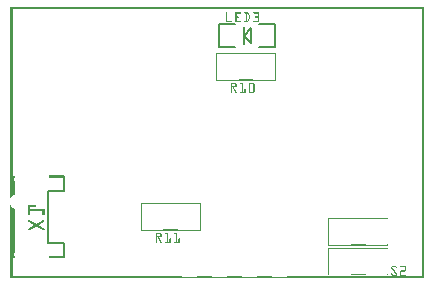
<source format=gbo>
G04 MADE WITH FRITZING*
G04 WWW.FRITZING.ORG*
G04 DOUBLE SIDED*
G04 HOLES PLATED*
G04 CONTOUR ON CENTER OF CONTOUR VECTOR*
%ASAXBY*%
%FSLAX23Y23*%
%MOIN*%
%OFA0B0*%
%SFA1.0B1.0*%
%ADD10C,0.008000*%
%ADD11R,0.001000X0.001000*%
%LNSILK0*%
G90*
G70*
G54D10*
X828Y849D02*
X883Y849D01*
D02*
X883Y849D02*
X883Y770D01*
D02*
X883Y770D02*
X828Y770D01*
D02*
X749Y849D02*
X694Y849D01*
D02*
X694Y849D02*
X694Y770D01*
D02*
X694Y770D02*
X749Y770D01*
D02*
X777Y837D02*
X777Y809D01*
D02*
X777Y809D02*
X777Y782D01*
D02*
X777Y809D02*
X801Y833D01*
D02*
X801Y833D02*
X801Y786D01*
D02*
X801Y786D02*
X777Y809D01*
D02*
X179Y71D02*
X179Y118D01*
D02*
X179Y339D02*
X179Y291D01*
D02*
X179Y118D02*
X124Y118D01*
D02*
X124Y118D02*
X124Y291D01*
D02*
X124Y291D02*
X179Y291D01*
G54D11*
X0Y905D02*
X1378Y905D01*
X0Y904D02*
X1378Y904D01*
X0Y903D02*
X1378Y903D01*
X0Y902D02*
X1378Y902D01*
X0Y901D02*
X1378Y901D01*
X0Y900D02*
X1378Y900D01*
X0Y899D02*
X1378Y899D01*
X0Y898D02*
X1378Y898D01*
X0Y897D02*
X7Y897D01*
X1371Y897D02*
X1378Y897D01*
X0Y896D02*
X7Y896D01*
X1371Y896D02*
X1378Y896D01*
X0Y895D02*
X7Y895D01*
X1371Y895D02*
X1378Y895D01*
X0Y894D02*
X7Y894D01*
X1371Y894D02*
X1378Y894D01*
X0Y893D02*
X7Y893D01*
X1371Y893D02*
X1378Y893D01*
X0Y892D02*
X7Y892D01*
X1371Y892D02*
X1378Y892D01*
X0Y891D02*
X7Y891D01*
X1371Y891D02*
X1378Y891D01*
X0Y890D02*
X7Y890D01*
X1371Y890D02*
X1378Y890D01*
X0Y889D02*
X7Y889D01*
X1371Y889D02*
X1378Y889D01*
X0Y888D02*
X7Y888D01*
X1371Y888D02*
X1378Y888D01*
X0Y887D02*
X7Y887D01*
X721Y887D02*
X721Y887D01*
X750Y887D02*
X768Y887D01*
X781Y887D02*
X790Y887D01*
X811Y887D02*
X826Y887D01*
X1371Y887D02*
X1378Y887D01*
X0Y886D02*
X7Y886D01*
X719Y886D02*
X722Y886D01*
X749Y886D02*
X769Y886D01*
X780Y886D02*
X792Y886D01*
X810Y886D02*
X828Y886D01*
X1371Y886D02*
X1378Y886D01*
X0Y885D02*
X7Y885D01*
X719Y885D02*
X722Y885D01*
X749Y885D02*
X769Y885D01*
X779Y885D02*
X793Y885D01*
X810Y885D02*
X829Y885D01*
X1371Y885D02*
X1378Y885D01*
X0Y884D02*
X7Y884D01*
X719Y884D02*
X722Y884D01*
X749Y884D02*
X769Y884D01*
X780Y884D02*
X794Y884D01*
X810Y884D02*
X829Y884D01*
X1371Y884D02*
X1378Y884D01*
X0Y883D02*
X7Y883D01*
X719Y883D02*
X722Y883D01*
X749Y883D02*
X767Y883D01*
X781Y883D02*
X794Y883D01*
X812Y883D02*
X829Y883D01*
X1371Y883D02*
X1378Y883D01*
X0Y882D02*
X7Y882D01*
X719Y882D02*
X722Y882D01*
X749Y882D02*
X753Y882D01*
X784Y882D02*
X787Y882D01*
X791Y882D02*
X795Y882D01*
X826Y882D02*
X829Y882D01*
X1371Y882D02*
X1378Y882D01*
X0Y881D02*
X7Y881D01*
X719Y881D02*
X722Y881D01*
X749Y881D02*
X753Y881D01*
X784Y881D02*
X787Y881D01*
X792Y881D02*
X795Y881D01*
X826Y881D02*
X829Y881D01*
X1371Y881D02*
X1378Y881D01*
X0Y880D02*
X7Y880D01*
X719Y880D02*
X722Y880D01*
X749Y880D02*
X753Y880D01*
X784Y880D02*
X787Y880D01*
X792Y880D02*
X796Y880D01*
X826Y880D02*
X829Y880D01*
X1371Y880D02*
X1378Y880D01*
X0Y879D02*
X7Y879D01*
X719Y879D02*
X722Y879D01*
X749Y879D02*
X753Y879D01*
X784Y879D02*
X787Y879D01*
X793Y879D02*
X796Y879D01*
X826Y879D02*
X829Y879D01*
X1371Y879D02*
X1378Y879D01*
X0Y878D02*
X7Y878D01*
X719Y878D02*
X722Y878D01*
X749Y878D02*
X753Y878D01*
X784Y878D02*
X787Y878D01*
X793Y878D02*
X797Y878D01*
X826Y878D02*
X829Y878D01*
X1371Y878D02*
X1378Y878D01*
X0Y877D02*
X7Y877D01*
X719Y877D02*
X722Y877D01*
X749Y877D02*
X753Y877D01*
X784Y877D02*
X787Y877D01*
X794Y877D02*
X797Y877D01*
X826Y877D02*
X829Y877D01*
X1371Y877D02*
X1378Y877D01*
X0Y876D02*
X7Y876D01*
X719Y876D02*
X722Y876D01*
X749Y876D02*
X753Y876D01*
X784Y876D02*
X787Y876D01*
X794Y876D02*
X798Y876D01*
X826Y876D02*
X829Y876D01*
X1371Y876D02*
X1378Y876D01*
X0Y875D02*
X7Y875D01*
X719Y875D02*
X722Y875D01*
X749Y875D02*
X753Y875D01*
X784Y875D02*
X787Y875D01*
X795Y875D02*
X798Y875D01*
X826Y875D02*
X829Y875D01*
X1371Y875D02*
X1378Y875D01*
X0Y874D02*
X7Y874D01*
X719Y874D02*
X722Y874D01*
X749Y874D02*
X753Y874D01*
X784Y874D02*
X787Y874D01*
X795Y874D02*
X799Y874D01*
X826Y874D02*
X829Y874D01*
X1371Y874D02*
X1378Y874D01*
X0Y873D02*
X7Y873D01*
X719Y873D02*
X722Y873D01*
X749Y873D02*
X759Y873D01*
X784Y873D02*
X787Y873D01*
X796Y873D02*
X799Y873D01*
X815Y873D02*
X829Y873D01*
X1371Y873D02*
X1378Y873D01*
X0Y872D02*
X7Y872D01*
X719Y872D02*
X722Y872D01*
X749Y872D02*
X760Y872D01*
X784Y872D02*
X787Y872D01*
X796Y872D02*
X799Y872D01*
X814Y872D02*
X828Y872D01*
X1371Y872D02*
X1378Y872D01*
X0Y871D02*
X7Y871D01*
X719Y871D02*
X722Y871D01*
X749Y871D02*
X761Y871D01*
X784Y871D02*
X787Y871D01*
X796Y871D02*
X799Y871D01*
X814Y871D02*
X828Y871D01*
X1371Y871D02*
X1378Y871D01*
X0Y870D02*
X7Y870D01*
X719Y870D02*
X722Y870D01*
X749Y870D02*
X761Y870D01*
X784Y870D02*
X787Y870D01*
X796Y870D02*
X799Y870D01*
X814Y870D02*
X828Y870D01*
X1371Y870D02*
X1378Y870D01*
X0Y869D02*
X7Y869D01*
X719Y869D02*
X722Y869D01*
X749Y869D02*
X759Y869D01*
X784Y869D02*
X787Y869D01*
X796Y869D02*
X799Y869D01*
X815Y869D02*
X829Y869D01*
X1371Y869D02*
X1378Y869D01*
X0Y868D02*
X7Y868D01*
X719Y868D02*
X722Y868D01*
X749Y868D02*
X753Y868D01*
X784Y868D02*
X787Y868D01*
X795Y868D02*
X799Y868D01*
X826Y868D02*
X829Y868D01*
X1371Y868D02*
X1378Y868D01*
X0Y867D02*
X7Y867D01*
X719Y867D02*
X722Y867D01*
X749Y867D02*
X753Y867D01*
X784Y867D02*
X787Y867D01*
X795Y867D02*
X798Y867D01*
X826Y867D02*
X829Y867D01*
X1371Y867D02*
X1378Y867D01*
X0Y866D02*
X7Y866D01*
X719Y866D02*
X722Y866D01*
X749Y866D02*
X753Y866D01*
X784Y866D02*
X787Y866D01*
X794Y866D02*
X798Y866D01*
X826Y866D02*
X829Y866D01*
X1371Y866D02*
X1378Y866D01*
X0Y865D02*
X7Y865D01*
X719Y865D02*
X722Y865D01*
X749Y865D02*
X753Y865D01*
X784Y865D02*
X787Y865D01*
X794Y865D02*
X797Y865D01*
X826Y865D02*
X829Y865D01*
X1371Y865D02*
X1378Y865D01*
X0Y864D02*
X7Y864D01*
X719Y864D02*
X722Y864D01*
X749Y864D02*
X753Y864D01*
X784Y864D02*
X787Y864D01*
X793Y864D02*
X797Y864D01*
X826Y864D02*
X829Y864D01*
X1371Y864D02*
X1378Y864D01*
X0Y863D02*
X7Y863D01*
X719Y863D02*
X722Y863D01*
X749Y863D02*
X753Y863D01*
X784Y863D02*
X787Y863D01*
X793Y863D02*
X796Y863D01*
X826Y863D02*
X829Y863D01*
X1371Y863D02*
X1378Y863D01*
X0Y862D02*
X7Y862D01*
X719Y862D02*
X722Y862D01*
X749Y862D02*
X753Y862D01*
X784Y862D02*
X787Y862D01*
X792Y862D02*
X796Y862D01*
X826Y862D02*
X829Y862D01*
X1371Y862D02*
X1378Y862D01*
X0Y861D02*
X7Y861D01*
X719Y861D02*
X722Y861D01*
X749Y861D02*
X753Y861D01*
X784Y861D02*
X787Y861D01*
X792Y861D02*
X795Y861D01*
X826Y861D02*
X829Y861D01*
X1371Y861D02*
X1378Y861D01*
X0Y860D02*
X7Y860D01*
X719Y860D02*
X722Y860D01*
X749Y860D02*
X753Y860D01*
X784Y860D02*
X787Y860D01*
X791Y860D02*
X795Y860D01*
X826Y860D02*
X829Y860D01*
X1371Y860D02*
X1378Y860D01*
X0Y859D02*
X7Y859D01*
X719Y859D02*
X723Y859D01*
X749Y859D02*
X753Y859D01*
X783Y859D02*
X787Y859D01*
X790Y859D02*
X794Y859D01*
X826Y859D02*
X829Y859D01*
X1371Y859D02*
X1378Y859D01*
X0Y858D02*
X7Y858D01*
X719Y858D02*
X739Y858D01*
X749Y858D02*
X769Y858D01*
X780Y858D02*
X794Y858D01*
X810Y858D02*
X829Y858D01*
X1371Y858D02*
X1378Y858D01*
X0Y857D02*
X7Y857D01*
X719Y857D02*
X739Y857D01*
X749Y857D02*
X769Y857D01*
X779Y857D02*
X793Y857D01*
X810Y857D02*
X829Y857D01*
X1371Y857D02*
X1378Y857D01*
X0Y856D02*
X7Y856D01*
X719Y856D02*
X739Y856D01*
X749Y856D02*
X769Y856D01*
X780Y856D02*
X792Y856D01*
X810Y856D02*
X828Y856D01*
X1371Y856D02*
X1378Y856D01*
X0Y855D02*
X7Y855D01*
X719Y855D02*
X738Y855D01*
X749Y855D02*
X768Y855D01*
X781Y855D02*
X790Y855D01*
X811Y855D02*
X827Y855D01*
X1371Y855D02*
X1378Y855D01*
X0Y854D02*
X7Y854D01*
X1371Y854D02*
X1378Y854D01*
X0Y853D02*
X7Y853D01*
X1371Y853D02*
X1378Y853D01*
X0Y852D02*
X7Y852D01*
X1371Y852D02*
X1378Y852D01*
X0Y851D02*
X7Y851D01*
X1371Y851D02*
X1378Y851D01*
X0Y850D02*
X7Y850D01*
X1371Y850D02*
X1378Y850D01*
X0Y849D02*
X7Y849D01*
X1371Y849D02*
X1378Y849D01*
X0Y848D02*
X7Y848D01*
X1371Y848D02*
X1378Y848D01*
X0Y847D02*
X7Y847D01*
X1371Y847D02*
X1378Y847D01*
X0Y846D02*
X7Y846D01*
X1371Y846D02*
X1378Y846D01*
X0Y845D02*
X7Y845D01*
X1371Y845D02*
X1378Y845D01*
X0Y844D02*
X7Y844D01*
X1371Y844D02*
X1378Y844D01*
X0Y843D02*
X7Y843D01*
X1371Y843D02*
X1378Y843D01*
X0Y842D02*
X7Y842D01*
X1371Y842D02*
X1378Y842D01*
X0Y841D02*
X7Y841D01*
X1371Y841D02*
X1378Y841D01*
X0Y840D02*
X7Y840D01*
X1371Y840D02*
X1378Y840D01*
X0Y839D02*
X7Y839D01*
X1371Y839D02*
X1378Y839D01*
X0Y838D02*
X7Y838D01*
X1371Y838D02*
X1378Y838D01*
X0Y837D02*
X7Y837D01*
X1371Y837D02*
X1378Y837D01*
X0Y836D02*
X7Y836D01*
X1371Y836D02*
X1378Y836D01*
X0Y835D02*
X7Y835D01*
X1371Y835D02*
X1378Y835D01*
X0Y834D02*
X7Y834D01*
X1371Y834D02*
X1378Y834D01*
X0Y833D02*
X7Y833D01*
X1371Y833D02*
X1378Y833D01*
X0Y832D02*
X7Y832D01*
X1371Y832D02*
X1378Y832D01*
X0Y831D02*
X7Y831D01*
X1371Y831D02*
X1378Y831D01*
X0Y830D02*
X7Y830D01*
X1371Y830D02*
X1378Y830D01*
X0Y829D02*
X7Y829D01*
X1371Y829D02*
X1378Y829D01*
X0Y828D02*
X7Y828D01*
X1371Y828D02*
X1378Y828D01*
X0Y827D02*
X7Y827D01*
X1371Y827D02*
X1378Y827D01*
X0Y826D02*
X7Y826D01*
X1371Y826D02*
X1378Y826D01*
X0Y825D02*
X7Y825D01*
X1371Y825D02*
X1378Y825D01*
X0Y824D02*
X7Y824D01*
X1371Y824D02*
X1378Y824D01*
X0Y823D02*
X7Y823D01*
X1371Y823D02*
X1378Y823D01*
X0Y822D02*
X7Y822D01*
X1371Y822D02*
X1378Y822D01*
X0Y821D02*
X7Y821D01*
X1371Y821D02*
X1378Y821D01*
X0Y820D02*
X7Y820D01*
X1371Y820D02*
X1378Y820D01*
X0Y819D02*
X7Y819D01*
X1371Y819D02*
X1378Y819D01*
X0Y818D02*
X7Y818D01*
X1371Y818D02*
X1378Y818D01*
X0Y817D02*
X7Y817D01*
X1371Y817D02*
X1378Y817D01*
X0Y816D02*
X7Y816D01*
X1371Y816D02*
X1378Y816D01*
X0Y815D02*
X7Y815D01*
X1371Y815D02*
X1378Y815D01*
X0Y814D02*
X7Y814D01*
X1371Y814D02*
X1378Y814D01*
X0Y813D02*
X7Y813D01*
X1371Y813D02*
X1378Y813D01*
X0Y812D02*
X7Y812D01*
X1371Y812D02*
X1378Y812D01*
X0Y811D02*
X7Y811D01*
X1371Y811D02*
X1378Y811D01*
X0Y810D02*
X7Y810D01*
X1371Y810D02*
X1378Y810D01*
X0Y809D02*
X7Y809D01*
X1371Y809D02*
X1378Y809D01*
X0Y808D02*
X7Y808D01*
X1371Y808D02*
X1378Y808D01*
X0Y807D02*
X7Y807D01*
X1371Y807D02*
X1378Y807D01*
X0Y806D02*
X7Y806D01*
X1371Y806D02*
X1378Y806D01*
X0Y805D02*
X7Y805D01*
X1371Y805D02*
X1378Y805D01*
X0Y804D02*
X7Y804D01*
X1371Y804D02*
X1378Y804D01*
X0Y803D02*
X7Y803D01*
X1371Y803D02*
X1378Y803D01*
X0Y802D02*
X7Y802D01*
X1371Y802D02*
X1378Y802D01*
X0Y801D02*
X7Y801D01*
X1371Y801D02*
X1378Y801D01*
X0Y800D02*
X7Y800D01*
X1371Y800D02*
X1378Y800D01*
X0Y799D02*
X7Y799D01*
X1371Y799D02*
X1378Y799D01*
X0Y798D02*
X7Y798D01*
X1371Y798D02*
X1378Y798D01*
X0Y797D02*
X7Y797D01*
X1371Y797D02*
X1378Y797D01*
X0Y796D02*
X7Y796D01*
X1371Y796D02*
X1378Y796D01*
X0Y795D02*
X7Y795D01*
X1371Y795D02*
X1378Y795D01*
X0Y794D02*
X7Y794D01*
X1371Y794D02*
X1378Y794D01*
X0Y793D02*
X7Y793D01*
X1371Y793D02*
X1378Y793D01*
X0Y792D02*
X7Y792D01*
X1371Y792D02*
X1378Y792D01*
X0Y791D02*
X7Y791D01*
X1371Y791D02*
X1378Y791D01*
X0Y790D02*
X7Y790D01*
X1371Y790D02*
X1378Y790D01*
X0Y789D02*
X7Y789D01*
X1371Y789D02*
X1378Y789D01*
X0Y788D02*
X7Y788D01*
X1371Y788D02*
X1378Y788D01*
X0Y787D02*
X7Y787D01*
X1371Y787D02*
X1378Y787D01*
X0Y786D02*
X7Y786D01*
X1371Y786D02*
X1378Y786D01*
X0Y785D02*
X7Y785D01*
X1371Y785D02*
X1378Y785D01*
X0Y784D02*
X7Y784D01*
X1371Y784D02*
X1378Y784D01*
X0Y783D02*
X7Y783D01*
X1371Y783D02*
X1378Y783D01*
X0Y782D02*
X7Y782D01*
X1371Y782D02*
X1378Y782D01*
X0Y781D02*
X7Y781D01*
X1371Y781D02*
X1378Y781D01*
X0Y780D02*
X7Y780D01*
X1371Y780D02*
X1378Y780D01*
X0Y779D02*
X7Y779D01*
X1371Y779D02*
X1378Y779D01*
X0Y778D02*
X7Y778D01*
X1371Y778D02*
X1378Y778D01*
X0Y777D02*
X7Y777D01*
X1371Y777D02*
X1378Y777D01*
X0Y776D02*
X7Y776D01*
X1371Y776D02*
X1378Y776D01*
X0Y775D02*
X7Y775D01*
X1371Y775D02*
X1378Y775D01*
X0Y774D02*
X7Y774D01*
X1371Y774D02*
X1378Y774D01*
X0Y773D02*
X7Y773D01*
X1371Y773D02*
X1378Y773D01*
X0Y772D02*
X7Y772D01*
X1371Y772D02*
X1378Y772D01*
X0Y771D02*
X7Y771D01*
X1371Y771D02*
X1378Y771D01*
X0Y770D02*
X7Y770D01*
X1371Y770D02*
X1378Y770D01*
X0Y769D02*
X7Y769D01*
X1371Y769D02*
X1378Y769D01*
X0Y768D02*
X7Y768D01*
X1371Y768D02*
X1378Y768D01*
X0Y767D02*
X7Y767D01*
X1371Y767D02*
X1378Y767D01*
X0Y766D02*
X7Y766D01*
X1371Y766D02*
X1378Y766D01*
X0Y765D02*
X7Y765D01*
X1371Y765D02*
X1378Y765D01*
X0Y764D02*
X7Y764D01*
X1371Y764D02*
X1378Y764D01*
X0Y763D02*
X7Y763D01*
X1371Y763D02*
X1378Y763D01*
X0Y762D02*
X7Y762D01*
X1371Y762D02*
X1378Y762D01*
X0Y761D02*
X7Y761D01*
X1371Y761D02*
X1378Y761D01*
X0Y760D02*
X7Y760D01*
X1371Y760D02*
X1378Y760D01*
X0Y759D02*
X7Y759D01*
X1371Y759D02*
X1378Y759D01*
X0Y758D02*
X7Y758D01*
X1371Y758D02*
X1378Y758D01*
X0Y757D02*
X7Y757D01*
X1371Y757D02*
X1378Y757D01*
X0Y756D02*
X7Y756D01*
X1371Y756D02*
X1378Y756D01*
X0Y755D02*
X7Y755D01*
X1371Y755D02*
X1378Y755D01*
X0Y754D02*
X7Y754D01*
X1371Y754D02*
X1378Y754D01*
X0Y753D02*
X7Y753D01*
X1371Y753D02*
X1378Y753D01*
X0Y752D02*
X7Y752D01*
X1371Y752D02*
X1378Y752D01*
X0Y751D02*
X7Y751D01*
X1371Y751D02*
X1378Y751D01*
X0Y750D02*
X7Y750D01*
X685Y750D02*
X884Y750D01*
X1371Y750D02*
X1378Y750D01*
X0Y749D02*
X7Y749D01*
X685Y749D02*
X885Y749D01*
X1371Y749D02*
X1378Y749D01*
X0Y748D02*
X7Y748D01*
X685Y748D02*
X885Y748D01*
X1371Y748D02*
X1378Y748D01*
X0Y747D02*
X7Y747D01*
X685Y747D02*
X687Y747D01*
X761Y747D02*
X809Y747D01*
X883Y747D02*
X885Y747D01*
X1371Y747D02*
X1378Y747D01*
X0Y746D02*
X7Y746D01*
X685Y746D02*
X687Y746D01*
X883Y746D02*
X885Y746D01*
X1371Y746D02*
X1378Y746D01*
X0Y745D02*
X7Y745D01*
X685Y745D02*
X687Y745D01*
X883Y745D02*
X885Y745D01*
X1371Y745D02*
X1378Y745D01*
X0Y744D02*
X7Y744D01*
X685Y744D02*
X687Y744D01*
X883Y744D02*
X885Y744D01*
X1371Y744D02*
X1378Y744D01*
X0Y743D02*
X7Y743D01*
X685Y743D02*
X687Y743D01*
X883Y743D02*
X885Y743D01*
X1371Y743D02*
X1378Y743D01*
X0Y742D02*
X7Y742D01*
X685Y742D02*
X687Y742D01*
X883Y742D02*
X885Y742D01*
X1371Y742D02*
X1378Y742D01*
X0Y741D02*
X7Y741D01*
X685Y741D02*
X687Y741D01*
X883Y741D02*
X885Y741D01*
X1371Y741D02*
X1378Y741D01*
X0Y740D02*
X7Y740D01*
X685Y740D02*
X687Y740D01*
X883Y740D02*
X885Y740D01*
X1371Y740D02*
X1378Y740D01*
X0Y739D02*
X7Y739D01*
X685Y739D02*
X687Y739D01*
X883Y739D02*
X885Y739D01*
X1371Y739D02*
X1378Y739D01*
X0Y738D02*
X7Y738D01*
X685Y738D02*
X687Y738D01*
X883Y738D02*
X885Y738D01*
X1371Y738D02*
X1378Y738D01*
X0Y737D02*
X7Y737D01*
X685Y737D02*
X687Y737D01*
X883Y737D02*
X885Y737D01*
X1371Y737D02*
X1378Y737D01*
X0Y736D02*
X7Y736D01*
X685Y736D02*
X687Y736D01*
X883Y736D02*
X885Y736D01*
X1371Y736D02*
X1378Y736D01*
X0Y735D02*
X7Y735D01*
X685Y735D02*
X687Y735D01*
X883Y735D02*
X885Y735D01*
X1371Y735D02*
X1378Y735D01*
X0Y734D02*
X7Y734D01*
X685Y734D02*
X687Y734D01*
X883Y734D02*
X885Y734D01*
X1371Y734D02*
X1378Y734D01*
X0Y733D02*
X7Y733D01*
X685Y733D02*
X687Y733D01*
X883Y733D02*
X885Y733D01*
X1371Y733D02*
X1378Y733D01*
X0Y732D02*
X7Y732D01*
X685Y732D02*
X687Y732D01*
X883Y732D02*
X885Y732D01*
X1371Y732D02*
X1378Y732D01*
X0Y731D02*
X7Y731D01*
X685Y731D02*
X687Y731D01*
X883Y731D02*
X885Y731D01*
X1371Y731D02*
X1378Y731D01*
X0Y730D02*
X7Y730D01*
X685Y730D02*
X687Y730D01*
X883Y730D02*
X885Y730D01*
X1371Y730D02*
X1378Y730D01*
X0Y729D02*
X7Y729D01*
X685Y729D02*
X687Y729D01*
X883Y729D02*
X885Y729D01*
X1371Y729D02*
X1378Y729D01*
X0Y728D02*
X7Y728D01*
X685Y728D02*
X687Y728D01*
X883Y728D02*
X885Y728D01*
X1371Y728D02*
X1378Y728D01*
X0Y727D02*
X7Y727D01*
X685Y727D02*
X687Y727D01*
X883Y727D02*
X885Y727D01*
X1371Y727D02*
X1378Y727D01*
X0Y726D02*
X7Y726D01*
X685Y726D02*
X687Y726D01*
X883Y726D02*
X885Y726D01*
X1371Y726D02*
X1378Y726D01*
X0Y725D02*
X7Y725D01*
X685Y725D02*
X687Y725D01*
X883Y725D02*
X885Y725D01*
X1371Y725D02*
X1378Y725D01*
X0Y724D02*
X7Y724D01*
X685Y724D02*
X687Y724D01*
X883Y724D02*
X885Y724D01*
X1371Y724D02*
X1378Y724D01*
X0Y723D02*
X7Y723D01*
X685Y723D02*
X687Y723D01*
X883Y723D02*
X885Y723D01*
X1371Y723D02*
X1378Y723D01*
X0Y722D02*
X7Y722D01*
X685Y722D02*
X687Y722D01*
X883Y722D02*
X885Y722D01*
X1371Y722D02*
X1378Y722D01*
X0Y721D02*
X7Y721D01*
X685Y721D02*
X687Y721D01*
X883Y721D02*
X885Y721D01*
X1371Y721D02*
X1378Y721D01*
X0Y720D02*
X7Y720D01*
X685Y720D02*
X687Y720D01*
X883Y720D02*
X885Y720D01*
X1371Y720D02*
X1378Y720D01*
X0Y719D02*
X7Y719D01*
X685Y719D02*
X687Y719D01*
X883Y719D02*
X885Y719D01*
X1371Y719D02*
X1378Y719D01*
X0Y718D02*
X7Y718D01*
X685Y718D02*
X687Y718D01*
X883Y718D02*
X885Y718D01*
X1371Y718D02*
X1378Y718D01*
X0Y717D02*
X7Y717D01*
X685Y717D02*
X687Y717D01*
X883Y717D02*
X885Y717D01*
X1371Y717D02*
X1378Y717D01*
X0Y716D02*
X7Y716D01*
X685Y716D02*
X687Y716D01*
X883Y716D02*
X885Y716D01*
X1371Y716D02*
X1378Y716D01*
X0Y715D02*
X7Y715D01*
X685Y715D02*
X687Y715D01*
X883Y715D02*
X885Y715D01*
X1371Y715D02*
X1378Y715D01*
X0Y714D02*
X7Y714D01*
X685Y714D02*
X687Y714D01*
X883Y714D02*
X885Y714D01*
X1371Y714D02*
X1378Y714D01*
X0Y713D02*
X7Y713D01*
X685Y713D02*
X687Y713D01*
X883Y713D02*
X885Y713D01*
X1371Y713D02*
X1378Y713D01*
X0Y712D02*
X7Y712D01*
X685Y712D02*
X687Y712D01*
X883Y712D02*
X885Y712D01*
X1371Y712D02*
X1378Y712D01*
X0Y711D02*
X7Y711D01*
X685Y711D02*
X687Y711D01*
X883Y711D02*
X885Y711D01*
X1371Y711D02*
X1378Y711D01*
X0Y710D02*
X7Y710D01*
X685Y710D02*
X687Y710D01*
X883Y710D02*
X885Y710D01*
X1371Y710D02*
X1378Y710D01*
X0Y709D02*
X7Y709D01*
X685Y709D02*
X687Y709D01*
X883Y709D02*
X885Y709D01*
X1371Y709D02*
X1378Y709D01*
X0Y708D02*
X7Y708D01*
X685Y708D02*
X687Y708D01*
X883Y708D02*
X885Y708D01*
X1371Y708D02*
X1378Y708D01*
X0Y707D02*
X7Y707D01*
X685Y707D02*
X687Y707D01*
X883Y707D02*
X885Y707D01*
X1371Y707D02*
X1378Y707D01*
X0Y706D02*
X7Y706D01*
X685Y706D02*
X687Y706D01*
X883Y706D02*
X885Y706D01*
X1371Y706D02*
X1378Y706D01*
X0Y705D02*
X7Y705D01*
X685Y705D02*
X687Y705D01*
X883Y705D02*
X885Y705D01*
X1371Y705D02*
X1378Y705D01*
X0Y704D02*
X7Y704D01*
X685Y704D02*
X687Y704D01*
X883Y704D02*
X885Y704D01*
X1371Y704D02*
X1378Y704D01*
X0Y703D02*
X7Y703D01*
X685Y703D02*
X687Y703D01*
X883Y703D02*
X885Y703D01*
X1371Y703D02*
X1378Y703D01*
X0Y702D02*
X7Y702D01*
X685Y702D02*
X687Y702D01*
X883Y702D02*
X885Y702D01*
X1371Y702D02*
X1378Y702D01*
X0Y701D02*
X7Y701D01*
X685Y701D02*
X687Y701D01*
X883Y701D02*
X885Y701D01*
X1371Y701D02*
X1378Y701D01*
X0Y700D02*
X7Y700D01*
X685Y700D02*
X687Y700D01*
X883Y700D02*
X885Y700D01*
X1371Y700D02*
X1378Y700D01*
X0Y699D02*
X7Y699D01*
X685Y699D02*
X687Y699D01*
X883Y699D02*
X885Y699D01*
X1371Y699D02*
X1378Y699D01*
X0Y698D02*
X7Y698D01*
X685Y698D02*
X687Y698D01*
X883Y698D02*
X885Y698D01*
X1371Y698D02*
X1378Y698D01*
X0Y697D02*
X7Y697D01*
X685Y697D02*
X687Y697D01*
X883Y697D02*
X885Y697D01*
X1371Y697D02*
X1378Y697D01*
X0Y696D02*
X7Y696D01*
X685Y696D02*
X687Y696D01*
X883Y696D02*
X885Y696D01*
X1371Y696D02*
X1378Y696D01*
X0Y695D02*
X7Y695D01*
X685Y695D02*
X687Y695D01*
X883Y695D02*
X885Y695D01*
X1371Y695D02*
X1378Y695D01*
X0Y694D02*
X7Y694D01*
X685Y694D02*
X687Y694D01*
X883Y694D02*
X885Y694D01*
X1371Y694D02*
X1378Y694D01*
X0Y693D02*
X7Y693D01*
X685Y693D02*
X687Y693D01*
X883Y693D02*
X885Y693D01*
X1371Y693D02*
X1378Y693D01*
X0Y692D02*
X7Y692D01*
X685Y692D02*
X687Y692D01*
X883Y692D02*
X885Y692D01*
X1371Y692D02*
X1378Y692D01*
X0Y691D02*
X7Y691D01*
X685Y691D02*
X687Y691D01*
X883Y691D02*
X885Y691D01*
X1371Y691D02*
X1378Y691D01*
X0Y690D02*
X7Y690D01*
X685Y690D02*
X687Y690D01*
X883Y690D02*
X885Y690D01*
X1371Y690D02*
X1378Y690D01*
X0Y689D02*
X7Y689D01*
X685Y689D02*
X687Y689D01*
X883Y689D02*
X885Y689D01*
X1371Y689D02*
X1378Y689D01*
X0Y688D02*
X7Y688D01*
X685Y688D02*
X687Y688D01*
X883Y688D02*
X885Y688D01*
X1371Y688D02*
X1378Y688D01*
X0Y687D02*
X7Y687D01*
X685Y687D02*
X687Y687D01*
X883Y687D02*
X885Y687D01*
X1371Y687D02*
X1378Y687D01*
X0Y686D02*
X7Y686D01*
X685Y686D02*
X687Y686D01*
X883Y686D02*
X885Y686D01*
X1371Y686D02*
X1378Y686D01*
X0Y685D02*
X7Y685D01*
X685Y685D02*
X687Y685D01*
X883Y685D02*
X885Y685D01*
X1371Y685D02*
X1378Y685D01*
X0Y684D02*
X7Y684D01*
X685Y684D02*
X687Y684D01*
X883Y684D02*
X885Y684D01*
X1371Y684D02*
X1378Y684D01*
X0Y683D02*
X7Y683D01*
X685Y683D02*
X687Y683D01*
X883Y683D02*
X885Y683D01*
X1371Y683D02*
X1378Y683D01*
X0Y682D02*
X7Y682D01*
X685Y682D02*
X687Y682D01*
X883Y682D02*
X885Y682D01*
X1371Y682D02*
X1378Y682D01*
X0Y681D02*
X7Y681D01*
X685Y681D02*
X687Y681D01*
X883Y681D02*
X885Y681D01*
X1371Y681D02*
X1378Y681D01*
X0Y680D02*
X7Y680D01*
X685Y680D02*
X687Y680D01*
X883Y680D02*
X885Y680D01*
X1371Y680D02*
X1378Y680D01*
X0Y679D02*
X7Y679D01*
X685Y679D02*
X687Y679D01*
X883Y679D02*
X885Y679D01*
X1371Y679D02*
X1378Y679D01*
X0Y678D02*
X7Y678D01*
X685Y678D02*
X687Y678D01*
X883Y678D02*
X885Y678D01*
X1371Y678D02*
X1378Y678D01*
X0Y677D02*
X7Y677D01*
X685Y677D02*
X687Y677D01*
X883Y677D02*
X885Y677D01*
X1371Y677D02*
X1378Y677D01*
X0Y676D02*
X7Y676D01*
X685Y676D02*
X687Y676D01*
X883Y676D02*
X885Y676D01*
X1371Y676D02*
X1378Y676D01*
X0Y675D02*
X7Y675D01*
X685Y675D02*
X687Y675D01*
X883Y675D02*
X885Y675D01*
X1371Y675D02*
X1378Y675D01*
X0Y674D02*
X7Y674D01*
X685Y674D02*
X687Y674D01*
X883Y674D02*
X885Y674D01*
X1371Y674D02*
X1378Y674D01*
X0Y673D02*
X7Y673D01*
X685Y673D02*
X687Y673D01*
X883Y673D02*
X885Y673D01*
X1371Y673D02*
X1378Y673D01*
X0Y672D02*
X7Y672D01*
X685Y672D02*
X687Y672D01*
X883Y672D02*
X885Y672D01*
X1371Y672D02*
X1378Y672D01*
X0Y671D02*
X7Y671D01*
X685Y671D02*
X687Y671D01*
X883Y671D02*
X885Y671D01*
X1371Y671D02*
X1378Y671D01*
X0Y670D02*
X7Y670D01*
X685Y670D02*
X687Y670D01*
X883Y670D02*
X885Y670D01*
X1371Y670D02*
X1378Y670D01*
X0Y669D02*
X7Y669D01*
X685Y669D02*
X687Y669D01*
X883Y669D02*
X885Y669D01*
X1371Y669D02*
X1378Y669D01*
X0Y668D02*
X7Y668D01*
X685Y668D02*
X687Y668D01*
X883Y668D02*
X885Y668D01*
X1371Y668D02*
X1378Y668D01*
X0Y667D02*
X7Y667D01*
X685Y667D02*
X687Y667D01*
X883Y667D02*
X885Y667D01*
X1371Y667D02*
X1378Y667D01*
X0Y666D02*
X7Y666D01*
X685Y666D02*
X687Y666D01*
X883Y666D02*
X885Y666D01*
X1371Y666D02*
X1378Y666D01*
X0Y665D02*
X7Y665D01*
X685Y665D02*
X687Y665D01*
X883Y665D02*
X885Y665D01*
X1371Y665D02*
X1378Y665D01*
X0Y664D02*
X7Y664D01*
X685Y664D02*
X687Y664D01*
X883Y664D02*
X885Y664D01*
X1371Y664D02*
X1378Y664D01*
X0Y663D02*
X7Y663D01*
X685Y663D02*
X687Y663D01*
X761Y663D02*
X809Y663D01*
X883Y663D02*
X885Y663D01*
X1371Y663D02*
X1378Y663D01*
X0Y662D02*
X7Y662D01*
X685Y662D02*
X885Y662D01*
X1371Y662D02*
X1378Y662D01*
X0Y661D02*
X7Y661D01*
X685Y661D02*
X885Y661D01*
X1371Y661D02*
X1378Y661D01*
X0Y660D02*
X7Y660D01*
X685Y660D02*
X884Y660D01*
X1371Y660D02*
X1378Y660D01*
X0Y659D02*
X7Y659D01*
X1371Y659D02*
X1378Y659D01*
X0Y658D02*
X7Y658D01*
X1371Y658D02*
X1378Y658D01*
X0Y657D02*
X7Y657D01*
X1371Y657D02*
X1378Y657D01*
X0Y656D02*
X7Y656D01*
X1371Y656D02*
X1378Y656D01*
X0Y655D02*
X7Y655D01*
X1371Y655D02*
X1378Y655D01*
X0Y654D02*
X7Y654D01*
X1371Y654D02*
X1378Y654D01*
X0Y653D02*
X7Y653D01*
X1371Y653D02*
X1378Y653D01*
X0Y652D02*
X7Y652D01*
X1371Y652D02*
X1378Y652D01*
X0Y651D02*
X7Y651D01*
X734Y651D02*
X747Y651D01*
X766Y651D02*
X775Y651D01*
X798Y651D02*
X809Y651D01*
X1371Y651D02*
X1378Y651D01*
X0Y650D02*
X7Y650D01*
X734Y650D02*
X750Y650D01*
X764Y650D02*
X775Y650D01*
X795Y650D02*
X812Y650D01*
X1371Y650D02*
X1378Y650D01*
X0Y649D02*
X7Y649D01*
X734Y649D02*
X751Y649D01*
X764Y649D02*
X775Y649D01*
X794Y649D02*
X813Y649D01*
X1371Y649D02*
X1378Y649D01*
X0Y648D02*
X7Y648D01*
X734Y648D02*
X752Y648D01*
X764Y648D02*
X775Y648D01*
X794Y648D02*
X813Y648D01*
X1371Y648D02*
X1378Y648D01*
X0Y647D02*
X7Y647D01*
X734Y647D02*
X753Y647D01*
X765Y647D02*
X775Y647D01*
X794Y647D02*
X813Y647D01*
X1371Y647D02*
X1378Y647D01*
X0Y646D02*
X7Y646D01*
X734Y646D02*
X737Y646D01*
X750Y646D02*
X753Y646D01*
X772Y646D02*
X775Y646D01*
X794Y646D02*
X797Y646D01*
X810Y646D02*
X814Y646D01*
X1371Y646D02*
X1378Y646D01*
X0Y645D02*
X7Y645D01*
X734Y645D02*
X737Y645D01*
X750Y645D02*
X753Y645D01*
X772Y645D02*
X775Y645D01*
X794Y645D02*
X797Y645D01*
X810Y645D02*
X814Y645D01*
X1371Y645D02*
X1378Y645D01*
X0Y644D02*
X7Y644D01*
X734Y644D02*
X737Y644D01*
X750Y644D02*
X753Y644D01*
X772Y644D02*
X775Y644D01*
X794Y644D02*
X797Y644D01*
X810Y644D02*
X814Y644D01*
X1371Y644D02*
X1378Y644D01*
X0Y643D02*
X7Y643D01*
X734Y643D02*
X737Y643D01*
X750Y643D02*
X753Y643D01*
X772Y643D02*
X775Y643D01*
X794Y643D02*
X797Y643D01*
X810Y643D02*
X814Y643D01*
X1371Y643D02*
X1378Y643D01*
X0Y642D02*
X7Y642D01*
X734Y642D02*
X737Y642D01*
X750Y642D02*
X753Y642D01*
X772Y642D02*
X775Y642D01*
X794Y642D02*
X797Y642D01*
X810Y642D02*
X814Y642D01*
X1371Y642D02*
X1378Y642D01*
X0Y641D02*
X7Y641D01*
X734Y641D02*
X737Y641D01*
X749Y641D02*
X753Y641D01*
X772Y641D02*
X775Y641D01*
X794Y641D02*
X797Y641D01*
X810Y641D02*
X814Y641D01*
X1371Y641D02*
X1378Y641D01*
X0Y640D02*
X7Y640D01*
X734Y640D02*
X753Y640D01*
X772Y640D02*
X775Y640D01*
X794Y640D02*
X797Y640D01*
X810Y640D02*
X814Y640D01*
X1371Y640D02*
X1378Y640D01*
X0Y639D02*
X7Y639D01*
X734Y639D02*
X752Y639D01*
X772Y639D02*
X775Y639D01*
X794Y639D02*
X797Y639D01*
X810Y639D02*
X814Y639D01*
X1371Y639D02*
X1378Y639D01*
X0Y638D02*
X7Y638D01*
X734Y638D02*
X751Y638D01*
X772Y638D02*
X775Y638D01*
X794Y638D02*
X797Y638D01*
X810Y638D02*
X814Y638D01*
X1371Y638D02*
X1378Y638D01*
X0Y637D02*
X7Y637D01*
X734Y637D02*
X750Y637D01*
X772Y637D02*
X775Y637D01*
X794Y637D02*
X797Y637D01*
X810Y637D02*
X814Y637D01*
X1371Y637D02*
X1378Y637D01*
X0Y636D02*
X7Y636D01*
X734Y636D02*
X737Y636D01*
X741Y636D02*
X745Y636D01*
X772Y636D02*
X775Y636D01*
X794Y636D02*
X797Y636D01*
X810Y636D02*
X814Y636D01*
X1371Y636D02*
X1378Y636D01*
X0Y635D02*
X7Y635D01*
X734Y635D02*
X737Y635D01*
X741Y635D02*
X745Y635D01*
X772Y635D02*
X775Y635D01*
X794Y635D02*
X797Y635D01*
X810Y635D02*
X814Y635D01*
X1371Y635D02*
X1378Y635D01*
X0Y634D02*
X7Y634D01*
X734Y634D02*
X737Y634D01*
X742Y634D02*
X746Y634D01*
X772Y634D02*
X775Y634D01*
X794Y634D02*
X797Y634D01*
X810Y634D02*
X814Y634D01*
X1371Y634D02*
X1378Y634D01*
X0Y633D02*
X7Y633D01*
X734Y633D02*
X737Y633D01*
X742Y633D02*
X746Y633D01*
X772Y633D02*
X775Y633D01*
X781Y633D02*
X782Y633D01*
X794Y633D02*
X797Y633D01*
X810Y633D02*
X814Y633D01*
X1371Y633D02*
X1378Y633D01*
X0Y632D02*
X7Y632D01*
X734Y632D02*
X737Y632D01*
X743Y632D02*
X747Y632D01*
X772Y632D02*
X775Y632D01*
X780Y632D02*
X783Y632D01*
X794Y632D02*
X797Y632D01*
X810Y632D02*
X814Y632D01*
X1371Y632D02*
X1378Y632D01*
X0Y631D02*
X7Y631D01*
X734Y631D02*
X737Y631D01*
X744Y631D02*
X748Y631D01*
X772Y631D02*
X775Y631D01*
X780Y631D02*
X783Y631D01*
X794Y631D02*
X797Y631D01*
X810Y631D02*
X814Y631D01*
X1371Y631D02*
X1378Y631D01*
X0Y630D02*
X7Y630D01*
X734Y630D02*
X737Y630D01*
X744Y630D02*
X748Y630D01*
X772Y630D02*
X775Y630D01*
X780Y630D02*
X783Y630D01*
X794Y630D02*
X797Y630D01*
X810Y630D02*
X814Y630D01*
X1371Y630D02*
X1378Y630D01*
X0Y629D02*
X7Y629D01*
X734Y629D02*
X737Y629D01*
X745Y629D02*
X749Y629D01*
X772Y629D02*
X775Y629D01*
X780Y629D02*
X783Y629D01*
X794Y629D02*
X797Y629D01*
X810Y629D02*
X814Y629D01*
X1371Y629D02*
X1378Y629D01*
X0Y628D02*
X7Y628D01*
X734Y628D02*
X737Y628D01*
X745Y628D02*
X749Y628D01*
X772Y628D02*
X775Y628D01*
X780Y628D02*
X783Y628D01*
X794Y628D02*
X797Y628D01*
X810Y628D02*
X814Y628D01*
X1371Y628D02*
X1378Y628D01*
X0Y627D02*
X7Y627D01*
X734Y627D02*
X737Y627D01*
X746Y627D02*
X750Y627D01*
X772Y627D02*
X775Y627D01*
X780Y627D02*
X783Y627D01*
X794Y627D02*
X797Y627D01*
X810Y627D02*
X814Y627D01*
X1371Y627D02*
X1378Y627D01*
X0Y626D02*
X7Y626D01*
X734Y626D02*
X737Y626D01*
X747Y626D02*
X750Y626D01*
X772Y626D02*
X775Y626D01*
X780Y626D02*
X783Y626D01*
X794Y626D02*
X797Y626D01*
X810Y626D02*
X814Y626D01*
X1371Y626D02*
X1378Y626D01*
X0Y625D02*
X7Y625D01*
X734Y625D02*
X737Y625D01*
X747Y625D02*
X751Y625D01*
X772Y625D02*
X775Y625D01*
X780Y625D02*
X783Y625D01*
X794Y625D02*
X797Y625D01*
X810Y625D02*
X814Y625D01*
X1371Y625D02*
X1378Y625D01*
X0Y624D02*
X7Y624D01*
X734Y624D02*
X737Y624D01*
X748Y624D02*
X752Y624D01*
X772Y624D02*
X775Y624D01*
X780Y624D02*
X783Y624D01*
X794Y624D02*
X797Y624D01*
X810Y624D02*
X814Y624D01*
X1371Y624D02*
X1378Y624D01*
X0Y623D02*
X7Y623D01*
X734Y623D02*
X737Y623D01*
X748Y623D02*
X752Y623D01*
X772Y623D02*
X775Y623D01*
X780Y623D02*
X783Y623D01*
X794Y623D02*
X797Y623D01*
X810Y623D02*
X814Y623D01*
X1371Y623D02*
X1378Y623D01*
X0Y622D02*
X7Y622D01*
X734Y622D02*
X737Y622D01*
X749Y622D02*
X753Y622D01*
X764Y622D02*
X783Y622D01*
X794Y622D02*
X813Y622D01*
X1371Y622D02*
X1378Y622D01*
X0Y621D02*
X7Y621D01*
X734Y621D02*
X737Y621D01*
X749Y621D02*
X753Y621D01*
X764Y621D02*
X783Y621D01*
X794Y621D02*
X813Y621D01*
X1371Y621D02*
X1378Y621D01*
X0Y620D02*
X7Y620D01*
X734Y620D02*
X737Y620D01*
X750Y620D02*
X753Y620D01*
X764Y620D02*
X783Y620D01*
X795Y620D02*
X812Y620D01*
X1371Y620D02*
X1378Y620D01*
X0Y619D02*
X7Y619D01*
X734Y619D02*
X736Y619D01*
X751Y619D02*
X752Y619D01*
X765Y619D02*
X783Y619D01*
X796Y619D02*
X811Y619D01*
X1371Y619D02*
X1378Y619D01*
X0Y618D02*
X7Y618D01*
X1371Y618D02*
X1378Y618D01*
X0Y617D02*
X7Y617D01*
X1371Y617D02*
X1378Y617D01*
X0Y616D02*
X7Y616D01*
X1371Y616D02*
X1378Y616D01*
X0Y615D02*
X7Y615D01*
X1371Y615D02*
X1378Y615D01*
X0Y614D02*
X7Y614D01*
X1371Y614D02*
X1378Y614D01*
X0Y613D02*
X7Y613D01*
X1371Y613D02*
X1378Y613D01*
X0Y612D02*
X7Y612D01*
X1371Y612D02*
X1378Y612D01*
X0Y611D02*
X7Y611D01*
X1371Y611D02*
X1378Y611D01*
X0Y610D02*
X7Y610D01*
X1371Y610D02*
X1378Y610D01*
X0Y609D02*
X7Y609D01*
X1371Y609D02*
X1378Y609D01*
X0Y608D02*
X7Y608D01*
X1371Y608D02*
X1378Y608D01*
X0Y607D02*
X7Y607D01*
X1371Y607D02*
X1378Y607D01*
X0Y606D02*
X7Y606D01*
X1371Y606D02*
X1378Y606D01*
X0Y605D02*
X7Y605D01*
X1371Y605D02*
X1378Y605D01*
X0Y604D02*
X7Y604D01*
X1371Y604D02*
X1378Y604D01*
X0Y603D02*
X7Y603D01*
X1371Y603D02*
X1378Y603D01*
X0Y602D02*
X7Y602D01*
X1371Y602D02*
X1378Y602D01*
X0Y601D02*
X7Y601D01*
X1371Y601D02*
X1378Y601D01*
X0Y600D02*
X7Y600D01*
X1371Y600D02*
X1378Y600D01*
X0Y599D02*
X7Y599D01*
X1371Y599D02*
X1378Y599D01*
X0Y598D02*
X7Y598D01*
X1371Y598D02*
X1378Y598D01*
X0Y597D02*
X7Y597D01*
X1371Y597D02*
X1378Y597D01*
X0Y596D02*
X7Y596D01*
X1371Y596D02*
X1378Y596D01*
X0Y595D02*
X7Y595D01*
X1371Y595D02*
X1378Y595D01*
X0Y594D02*
X7Y594D01*
X1371Y594D02*
X1378Y594D01*
X0Y593D02*
X7Y593D01*
X1371Y593D02*
X1378Y593D01*
X0Y592D02*
X7Y592D01*
X1371Y592D02*
X1378Y592D01*
X0Y591D02*
X7Y591D01*
X1371Y591D02*
X1378Y591D01*
X0Y590D02*
X7Y590D01*
X1371Y590D02*
X1378Y590D01*
X0Y589D02*
X7Y589D01*
X1371Y589D02*
X1378Y589D01*
X0Y588D02*
X7Y588D01*
X1371Y588D02*
X1378Y588D01*
X0Y587D02*
X7Y587D01*
X1371Y587D02*
X1378Y587D01*
X0Y586D02*
X7Y586D01*
X1371Y586D02*
X1378Y586D01*
X0Y585D02*
X7Y585D01*
X1371Y585D02*
X1378Y585D01*
X0Y584D02*
X7Y584D01*
X1371Y584D02*
X1378Y584D01*
X0Y583D02*
X7Y583D01*
X1371Y583D02*
X1378Y583D01*
X0Y582D02*
X7Y582D01*
X1371Y582D02*
X1378Y582D01*
X0Y581D02*
X7Y581D01*
X1371Y581D02*
X1378Y581D01*
X0Y580D02*
X7Y580D01*
X1371Y580D02*
X1378Y580D01*
X0Y579D02*
X7Y579D01*
X1371Y579D02*
X1378Y579D01*
X0Y578D02*
X7Y578D01*
X1371Y578D02*
X1378Y578D01*
X0Y577D02*
X7Y577D01*
X1371Y577D02*
X1378Y577D01*
X0Y576D02*
X7Y576D01*
X1371Y576D02*
X1378Y576D01*
X0Y575D02*
X7Y575D01*
X1371Y575D02*
X1378Y575D01*
X0Y574D02*
X7Y574D01*
X1371Y574D02*
X1378Y574D01*
X0Y573D02*
X7Y573D01*
X1371Y573D02*
X1378Y573D01*
X0Y572D02*
X7Y572D01*
X1371Y572D02*
X1378Y572D01*
X0Y571D02*
X7Y571D01*
X1371Y571D02*
X1378Y571D01*
X0Y570D02*
X7Y570D01*
X1371Y570D02*
X1378Y570D01*
X0Y569D02*
X7Y569D01*
X1371Y569D02*
X1378Y569D01*
X0Y568D02*
X7Y568D01*
X1371Y568D02*
X1378Y568D01*
X0Y567D02*
X7Y567D01*
X1371Y567D02*
X1378Y567D01*
X0Y566D02*
X7Y566D01*
X1371Y566D02*
X1378Y566D01*
X0Y565D02*
X7Y565D01*
X1371Y565D02*
X1378Y565D01*
X0Y564D02*
X7Y564D01*
X1371Y564D02*
X1378Y564D01*
X0Y563D02*
X7Y563D01*
X1371Y563D02*
X1378Y563D01*
X0Y562D02*
X7Y562D01*
X1371Y562D02*
X1378Y562D01*
X0Y561D02*
X7Y561D01*
X1371Y561D02*
X1378Y561D01*
X0Y560D02*
X7Y560D01*
X1371Y560D02*
X1378Y560D01*
X0Y559D02*
X7Y559D01*
X1371Y559D02*
X1378Y559D01*
X0Y558D02*
X7Y558D01*
X1371Y558D02*
X1378Y558D01*
X0Y557D02*
X7Y557D01*
X1371Y557D02*
X1378Y557D01*
X0Y556D02*
X7Y556D01*
X1371Y556D02*
X1378Y556D01*
X0Y555D02*
X7Y555D01*
X1371Y555D02*
X1378Y555D01*
X0Y554D02*
X7Y554D01*
X1371Y554D02*
X1378Y554D01*
X0Y553D02*
X7Y553D01*
X1371Y553D02*
X1378Y553D01*
X0Y552D02*
X7Y552D01*
X1371Y552D02*
X1378Y552D01*
X0Y551D02*
X7Y551D01*
X1371Y551D02*
X1378Y551D01*
X0Y550D02*
X7Y550D01*
X1371Y550D02*
X1378Y550D01*
X0Y549D02*
X7Y549D01*
X1371Y549D02*
X1378Y549D01*
X0Y548D02*
X7Y548D01*
X1371Y548D02*
X1378Y548D01*
X0Y547D02*
X7Y547D01*
X1371Y547D02*
X1378Y547D01*
X0Y546D02*
X7Y546D01*
X1371Y546D02*
X1378Y546D01*
X0Y545D02*
X7Y545D01*
X1371Y545D02*
X1378Y545D01*
X0Y544D02*
X7Y544D01*
X1371Y544D02*
X1378Y544D01*
X0Y543D02*
X7Y543D01*
X1371Y543D02*
X1378Y543D01*
X0Y542D02*
X7Y542D01*
X1371Y542D02*
X1378Y542D01*
X0Y541D02*
X7Y541D01*
X1371Y541D02*
X1378Y541D01*
X0Y540D02*
X7Y540D01*
X1371Y540D02*
X1378Y540D01*
X0Y539D02*
X7Y539D01*
X1371Y539D02*
X1378Y539D01*
X0Y538D02*
X7Y538D01*
X1371Y538D02*
X1378Y538D01*
X0Y537D02*
X7Y537D01*
X1371Y537D02*
X1378Y537D01*
X0Y536D02*
X7Y536D01*
X1371Y536D02*
X1378Y536D01*
X0Y535D02*
X7Y535D01*
X1371Y535D02*
X1378Y535D01*
X0Y534D02*
X7Y534D01*
X1371Y534D02*
X1378Y534D01*
X0Y533D02*
X7Y533D01*
X1371Y533D02*
X1378Y533D01*
X0Y532D02*
X7Y532D01*
X1371Y532D02*
X1378Y532D01*
X0Y531D02*
X7Y531D01*
X1371Y531D02*
X1378Y531D01*
X0Y530D02*
X7Y530D01*
X1371Y530D02*
X1378Y530D01*
X0Y529D02*
X7Y529D01*
X1371Y529D02*
X1378Y529D01*
X0Y528D02*
X7Y528D01*
X1371Y528D02*
X1378Y528D01*
X0Y527D02*
X7Y527D01*
X1371Y527D02*
X1378Y527D01*
X0Y526D02*
X7Y526D01*
X1371Y526D02*
X1378Y526D01*
X0Y525D02*
X7Y525D01*
X1371Y525D02*
X1378Y525D01*
X0Y524D02*
X7Y524D01*
X1371Y524D02*
X1378Y524D01*
X0Y523D02*
X7Y523D01*
X1371Y523D02*
X1378Y523D01*
X0Y522D02*
X7Y522D01*
X1371Y522D02*
X1378Y522D01*
X0Y521D02*
X7Y521D01*
X1371Y521D02*
X1378Y521D01*
X0Y520D02*
X7Y520D01*
X1371Y520D02*
X1378Y520D01*
X0Y519D02*
X7Y519D01*
X1371Y519D02*
X1378Y519D01*
X0Y518D02*
X7Y518D01*
X1371Y518D02*
X1378Y518D01*
X0Y517D02*
X7Y517D01*
X1371Y517D02*
X1378Y517D01*
X0Y516D02*
X7Y516D01*
X1371Y516D02*
X1378Y516D01*
X0Y515D02*
X7Y515D01*
X1371Y515D02*
X1378Y515D01*
X0Y514D02*
X7Y514D01*
X1371Y514D02*
X1378Y514D01*
X0Y513D02*
X7Y513D01*
X1371Y513D02*
X1378Y513D01*
X0Y512D02*
X7Y512D01*
X1371Y512D02*
X1378Y512D01*
X0Y511D02*
X7Y511D01*
X1371Y511D02*
X1378Y511D01*
X0Y510D02*
X7Y510D01*
X1371Y510D02*
X1378Y510D01*
X0Y509D02*
X7Y509D01*
X1371Y509D02*
X1378Y509D01*
X0Y508D02*
X7Y508D01*
X1371Y508D02*
X1378Y508D01*
X0Y507D02*
X7Y507D01*
X1371Y507D02*
X1378Y507D01*
X0Y506D02*
X7Y506D01*
X1371Y506D02*
X1378Y506D01*
X0Y505D02*
X7Y505D01*
X1371Y505D02*
X1378Y505D01*
X0Y504D02*
X7Y504D01*
X1371Y504D02*
X1378Y504D01*
X0Y503D02*
X7Y503D01*
X1371Y503D02*
X1378Y503D01*
X0Y502D02*
X7Y502D01*
X1371Y502D02*
X1378Y502D01*
X0Y501D02*
X7Y501D01*
X1371Y501D02*
X1378Y501D01*
X0Y500D02*
X7Y500D01*
X1371Y500D02*
X1378Y500D01*
X0Y499D02*
X7Y499D01*
X1371Y499D02*
X1378Y499D01*
X0Y498D02*
X7Y498D01*
X1371Y498D02*
X1378Y498D01*
X0Y497D02*
X7Y497D01*
X1371Y497D02*
X1378Y497D01*
X0Y496D02*
X7Y496D01*
X1371Y496D02*
X1378Y496D01*
X0Y495D02*
X7Y495D01*
X1371Y495D02*
X1378Y495D01*
X0Y494D02*
X7Y494D01*
X1371Y494D02*
X1378Y494D01*
X0Y493D02*
X7Y493D01*
X1371Y493D02*
X1378Y493D01*
X0Y492D02*
X7Y492D01*
X1371Y492D02*
X1378Y492D01*
X0Y491D02*
X7Y491D01*
X1371Y491D02*
X1378Y491D01*
X0Y490D02*
X7Y490D01*
X1371Y490D02*
X1378Y490D01*
X0Y489D02*
X7Y489D01*
X1371Y489D02*
X1378Y489D01*
X0Y488D02*
X7Y488D01*
X1371Y488D02*
X1378Y488D01*
X0Y487D02*
X7Y487D01*
X1371Y487D02*
X1378Y487D01*
X0Y486D02*
X7Y486D01*
X1371Y486D02*
X1378Y486D01*
X0Y485D02*
X7Y485D01*
X1371Y485D02*
X1378Y485D01*
X0Y484D02*
X7Y484D01*
X1371Y484D02*
X1378Y484D01*
X0Y483D02*
X7Y483D01*
X1371Y483D02*
X1378Y483D01*
X0Y482D02*
X7Y482D01*
X1371Y482D02*
X1378Y482D01*
X0Y481D02*
X7Y481D01*
X1371Y481D02*
X1378Y481D01*
X0Y480D02*
X7Y480D01*
X1371Y480D02*
X1378Y480D01*
X0Y479D02*
X7Y479D01*
X1371Y479D02*
X1378Y479D01*
X0Y478D02*
X7Y478D01*
X1371Y478D02*
X1378Y478D01*
X0Y477D02*
X7Y477D01*
X1371Y477D02*
X1378Y477D01*
X0Y476D02*
X7Y476D01*
X1371Y476D02*
X1378Y476D01*
X0Y475D02*
X7Y475D01*
X1371Y475D02*
X1378Y475D01*
X0Y474D02*
X7Y474D01*
X1371Y474D02*
X1378Y474D01*
X0Y473D02*
X7Y473D01*
X1371Y473D02*
X1378Y473D01*
X0Y472D02*
X7Y472D01*
X1371Y472D02*
X1378Y472D01*
X0Y471D02*
X7Y471D01*
X1371Y471D02*
X1378Y471D01*
X0Y470D02*
X7Y470D01*
X1371Y470D02*
X1378Y470D01*
X0Y469D02*
X7Y469D01*
X1371Y469D02*
X1378Y469D01*
X0Y468D02*
X7Y468D01*
X1371Y468D02*
X1378Y468D01*
X0Y467D02*
X7Y467D01*
X1371Y467D02*
X1378Y467D01*
X0Y466D02*
X7Y466D01*
X1371Y466D02*
X1378Y466D01*
X0Y465D02*
X7Y465D01*
X1371Y465D02*
X1378Y465D01*
X0Y464D02*
X7Y464D01*
X1371Y464D02*
X1378Y464D01*
X0Y463D02*
X7Y463D01*
X1371Y463D02*
X1378Y463D01*
X0Y462D02*
X7Y462D01*
X1371Y462D02*
X1378Y462D01*
X0Y461D02*
X7Y461D01*
X1371Y461D02*
X1378Y461D01*
X0Y460D02*
X7Y460D01*
X1371Y460D02*
X1378Y460D01*
X0Y459D02*
X7Y459D01*
X1371Y459D02*
X1378Y459D01*
X0Y458D02*
X7Y458D01*
X1371Y458D02*
X1378Y458D01*
X0Y457D02*
X7Y457D01*
X1371Y457D02*
X1378Y457D01*
X0Y456D02*
X7Y456D01*
X1371Y456D02*
X1378Y456D01*
X0Y455D02*
X7Y455D01*
X1371Y455D02*
X1378Y455D01*
X0Y454D02*
X7Y454D01*
X1371Y454D02*
X1378Y454D01*
X0Y453D02*
X7Y453D01*
X1371Y453D02*
X1378Y453D01*
X0Y452D02*
X7Y452D01*
X1371Y452D02*
X1378Y452D01*
X0Y451D02*
X7Y451D01*
X1371Y451D02*
X1378Y451D01*
X0Y450D02*
X7Y450D01*
X1371Y450D02*
X1378Y450D01*
X0Y449D02*
X7Y449D01*
X1371Y449D02*
X1378Y449D01*
X0Y448D02*
X7Y448D01*
X1371Y448D02*
X1378Y448D01*
X0Y447D02*
X7Y447D01*
X1371Y447D02*
X1378Y447D01*
X0Y446D02*
X7Y446D01*
X1371Y446D02*
X1378Y446D01*
X0Y445D02*
X7Y445D01*
X1371Y445D02*
X1378Y445D01*
X0Y444D02*
X7Y444D01*
X1371Y444D02*
X1378Y444D01*
X0Y443D02*
X7Y443D01*
X1371Y443D02*
X1378Y443D01*
X0Y442D02*
X7Y442D01*
X1371Y442D02*
X1378Y442D01*
X0Y441D02*
X7Y441D01*
X1371Y441D02*
X1378Y441D01*
X0Y440D02*
X7Y440D01*
X1371Y440D02*
X1378Y440D01*
X0Y439D02*
X7Y439D01*
X1371Y439D02*
X1378Y439D01*
X0Y438D02*
X7Y438D01*
X1371Y438D02*
X1378Y438D01*
X0Y437D02*
X7Y437D01*
X1371Y437D02*
X1378Y437D01*
X0Y436D02*
X7Y436D01*
X1371Y436D02*
X1378Y436D01*
X0Y435D02*
X7Y435D01*
X1371Y435D02*
X1378Y435D01*
X0Y434D02*
X7Y434D01*
X1371Y434D02*
X1378Y434D01*
X0Y433D02*
X7Y433D01*
X1371Y433D02*
X1378Y433D01*
X0Y432D02*
X7Y432D01*
X1371Y432D02*
X1378Y432D01*
X0Y431D02*
X7Y431D01*
X1371Y431D02*
X1378Y431D01*
X0Y430D02*
X7Y430D01*
X1371Y430D02*
X1378Y430D01*
X0Y429D02*
X7Y429D01*
X1371Y429D02*
X1378Y429D01*
X0Y428D02*
X7Y428D01*
X1371Y428D02*
X1378Y428D01*
X0Y427D02*
X7Y427D01*
X1371Y427D02*
X1378Y427D01*
X0Y426D02*
X7Y426D01*
X1371Y426D02*
X1378Y426D01*
X0Y425D02*
X7Y425D01*
X1371Y425D02*
X1378Y425D01*
X0Y424D02*
X7Y424D01*
X1371Y424D02*
X1378Y424D01*
X0Y423D02*
X7Y423D01*
X1371Y423D02*
X1378Y423D01*
X0Y422D02*
X7Y422D01*
X1371Y422D02*
X1378Y422D01*
X0Y421D02*
X7Y421D01*
X1371Y421D02*
X1378Y421D01*
X0Y420D02*
X7Y420D01*
X1371Y420D02*
X1378Y420D01*
X0Y419D02*
X7Y419D01*
X1371Y419D02*
X1378Y419D01*
X0Y418D02*
X7Y418D01*
X1371Y418D02*
X1378Y418D01*
X0Y417D02*
X7Y417D01*
X1371Y417D02*
X1378Y417D01*
X0Y416D02*
X7Y416D01*
X1371Y416D02*
X1378Y416D01*
X0Y415D02*
X7Y415D01*
X1371Y415D02*
X1378Y415D01*
X0Y414D02*
X7Y414D01*
X1371Y414D02*
X1378Y414D01*
X0Y413D02*
X7Y413D01*
X1371Y413D02*
X1378Y413D01*
X0Y412D02*
X7Y412D01*
X1371Y412D02*
X1378Y412D01*
X0Y411D02*
X7Y411D01*
X1371Y411D02*
X1378Y411D01*
X0Y410D02*
X7Y410D01*
X1371Y410D02*
X1378Y410D01*
X0Y409D02*
X7Y409D01*
X1371Y409D02*
X1378Y409D01*
X0Y408D02*
X7Y408D01*
X1371Y408D02*
X1378Y408D01*
X0Y407D02*
X7Y407D01*
X1371Y407D02*
X1378Y407D01*
X0Y406D02*
X7Y406D01*
X1371Y406D02*
X1378Y406D01*
X0Y405D02*
X7Y405D01*
X1371Y405D02*
X1378Y405D01*
X0Y404D02*
X7Y404D01*
X1371Y404D02*
X1378Y404D01*
X0Y403D02*
X7Y403D01*
X1371Y403D02*
X1378Y403D01*
X0Y402D02*
X7Y402D01*
X1371Y402D02*
X1378Y402D01*
X0Y401D02*
X7Y401D01*
X1371Y401D02*
X1378Y401D01*
X0Y400D02*
X7Y400D01*
X1371Y400D02*
X1378Y400D01*
X0Y399D02*
X7Y399D01*
X1371Y399D02*
X1378Y399D01*
X0Y398D02*
X7Y398D01*
X1371Y398D02*
X1378Y398D01*
X0Y397D02*
X7Y397D01*
X1371Y397D02*
X1378Y397D01*
X0Y396D02*
X7Y396D01*
X1371Y396D02*
X1378Y396D01*
X0Y395D02*
X7Y395D01*
X1371Y395D02*
X1378Y395D01*
X0Y394D02*
X7Y394D01*
X1371Y394D02*
X1378Y394D01*
X0Y393D02*
X7Y393D01*
X1371Y393D02*
X1378Y393D01*
X0Y392D02*
X7Y392D01*
X1371Y392D02*
X1378Y392D01*
X0Y391D02*
X7Y391D01*
X1371Y391D02*
X1378Y391D01*
X0Y390D02*
X7Y390D01*
X1371Y390D02*
X1378Y390D01*
X0Y389D02*
X7Y389D01*
X1371Y389D02*
X1378Y389D01*
X0Y388D02*
X7Y388D01*
X1371Y388D02*
X1378Y388D01*
X0Y387D02*
X7Y387D01*
X1371Y387D02*
X1378Y387D01*
X0Y386D02*
X7Y386D01*
X1371Y386D02*
X1378Y386D01*
X0Y385D02*
X7Y385D01*
X1371Y385D02*
X1378Y385D01*
X0Y384D02*
X7Y384D01*
X1371Y384D02*
X1378Y384D01*
X0Y383D02*
X7Y383D01*
X1371Y383D02*
X1378Y383D01*
X0Y382D02*
X7Y382D01*
X1371Y382D02*
X1378Y382D01*
X0Y381D02*
X7Y381D01*
X1371Y381D02*
X1378Y381D01*
X0Y380D02*
X7Y380D01*
X1371Y380D02*
X1378Y380D01*
X0Y379D02*
X7Y379D01*
X1371Y379D02*
X1378Y379D01*
X0Y378D02*
X7Y378D01*
X1371Y378D02*
X1378Y378D01*
X0Y377D02*
X7Y377D01*
X1371Y377D02*
X1378Y377D01*
X0Y376D02*
X7Y376D01*
X1371Y376D02*
X1378Y376D01*
X0Y375D02*
X7Y375D01*
X1371Y375D02*
X1378Y375D01*
X0Y374D02*
X7Y374D01*
X1371Y374D02*
X1378Y374D01*
X0Y373D02*
X7Y373D01*
X1371Y373D02*
X1378Y373D01*
X0Y372D02*
X7Y372D01*
X1371Y372D02*
X1378Y372D01*
X0Y371D02*
X7Y371D01*
X1371Y371D02*
X1378Y371D01*
X0Y370D02*
X7Y370D01*
X1371Y370D02*
X1378Y370D01*
X0Y369D02*
X7Y369D01*
X1371Y369D02*
X1378Y369D01*
X0Y368D02*
X7Y368D01*
X1371Y368D02*
X1378Y368D01*
X0Y367D02*
X7Y367D01*
X1371Y367D02*
X1378Y367D01*
X0Y366D02*
X7Y366D01*
X1371Y366D02*
X1378Y366D01*
X0Y365D02*
X7Y365D01*
X1371Y365D02*
X1378Y365D01*
X0Y364D02*
X7Y364D01*
X1371Y364D02*
X1378Y364D01*
X0Y363D02*
X7Y363D01*
X1371Y363D02*
X1378Y363D01*
X0Y362D02*
X7Y362D01*
X1371Y362D02*
X1378Y362D01*
X0Y361D02*
X7Y361D01*
X1371Y361D02*
X1378Y361D01*
X0Y360D02*
X7Y360D01*
X1371Y360D02*
X1378Y360D01*
X0Y359D02*
X7Y359D01*
X1371Y359D02*
X1378Y359D01*
X0Y358D02*
X7Y358D01*
X1371Y358D02*
X1378Y358D01*
X0Y357D02*
X7Y357D01*
X1371Y357D02*
X1378Y357D01*
X0Y356D02*
X7Y356D01*
X1371Y356D02*
X1378Y356D01*
X0Y355D02*
X7Y355D01*
X1371Y355D02*
X1378Y355D01*
X0Y354D02*
X7Y354D01*
X1371Y354D02*
X1378Y354D01*
X0Y353D02*
X7Y353D01*
X1371Y353D02*
X1378Y353D01*
X0Y352D02*
X7Y352D01*
X1371Y352D02*
X1378Y352D01*
X0Y351D02*
X7Y351D01*
X1371Y351D02*
X1378Y351D01*
X0Y350D02*
X7Y350D01*
X1371Y350D02*
X1378Y350D01*
X0Y349D02*
X7Y349D01*
X1371Y349D02*
X1378Y349D01*
X0Y348D02*
X7Y348D01*
X1371Y348D02*
X1378Y348D01*
X0Y347D02*
X7Y347D01*
X1371Y347D02*
X1378Y347D01*
X0Y346D02*
X7Y346D01*
X1371Y346D02*
X1378Y346D01*
X0Y345D02*
X7Y345D01*
X1371Y345D02*
X1378Y345D01*
X0Y344D02*
X7Y344D01*
X1371Y344D02*
X1378Y344D01*
X0Y343D02*
X7Y343D01*
X128Y343D02*
X178Y343D01*
X1371Y343D02*
X1378Y343D01*
X0Y342D02*
X11Y342D01*
X128Y342D02*
X181Y342D01*
X1371Y342D02*
X1378Y342D01*
X0Y341D02*
X12Y341D01*
X128Y341D02*
X182Y341D01*
X1371Y341D02*
X1378Y341D01*
X0Y340D02*
X13Y340D01*
X128Y340D02*
X182Y340D01*
X1371Y340D02*
X1378Y340D01*
X0Y339D02*
X13Y339D01*
X129Y339D02*
X182Y339D01*
X1371Y339D02*
X1378Y339D01*
X0Y338D02*
X13Y338D01*
X129Y338D02*
X182Y338D01*
X1371Y338D02*
X1378Y338D01*
X0Y337D02*
X13Y337D01*
X129Y337D02*
X182Y337D01*
X1371Y337D02*
X1378Y337D01*
X0Y336D02*
X13Y336D01*
X129Y336D02*
X181Y336D01*
X1371Y336D02*
X1378Y336D01*
X0Y335D02*
X12Y335D01*
X1371Y335D02*
X1378Y335D01*
X0Y334D02*
X12Y334D01*
X1371Y334D02*
X1378Y334D01*
X0Y333D02*
X12Y333D01*
X1371Y333D02*
X1378Y333D01*
X0Y332D02*
X12Y332D01*
X1371Y332D02*
X1378Y332D01*
X0Y331D02*
X12Y331D01*
X1371Y331D02*
X1378Y331D01*
X0Y330D02*
X12Y330D01*
X1371Y330D02*
X1378Y330D01*
X0Y329D02*
X12Y329D01*
X1371Y329D02*
X1378Y329D01*
X0Y328D02*
X12Y328D01*
X1371Y328D02*
X1378Y328D01*
X0Y327D02*
X12Y327D01*
X1371Y327D02*
X1378Y327D01*
X0Y326D02*
X12Y326D01*
X1371Y326D02*
X1378Y326D01*
X0Y325D02*
X12Y325D01*
X1371Y325D02*
X1378Y325D01*
X0Y324D02*
X13Y324D01*
X1371Y324D02*
X1378Y324D01*
X0Y323D02*
X13Y323D01*
X1371Y323D02*
X1378Y323D01*
X0Y322D02*
X13Y322D01*
X1371Y322D02*
X1378Y322D01*
X0Y321D02*
X13Y321D01*
X1371Y321D02*
X1378Y321D01*
X0Y320D02*
X13Y320D01*
X1371Y320D02*
X1378Y320D01*
X0Y319D02*
X13Y319D01*
X1371Y319D02*
X1378Y319D01*
X0Y318D02*
X13Y318D01*
X1371Y318D02*
X1378Y318D01*
X0Y317D02*
X13Y317D01*
X1371Y317D02*
X1378Y317D01*
X0Y316D02*
X13Y316D01*
X1371Y316D02*
X1378Y316D01*
X0Y315D02*
X13Y315D01*
X1371Y315D02*
X1378Y315D01*
X0Y314D02*
X13Y314D01*
X1371Y314D02*
X1378Y314D01*
X0Y313D02*
X13Y313D01*
X1371Y313D02*
X1378Y313D01*
X0Y312D02*
X13Y312D01*
X1371Y312D02*
X1378Y312D01*
X0Y311D02*
X13Y311D01*
X1371Y311D02*
X1378Y311D01*
X0Y310D02*
X13Y310D01*
X1371Y310D02*
X1378Y310D01*
X0Y309D02*
X13Y309D01*
X1371Y309D02*
X1378Y309D01*
X0Y308D02*
X13Y308D01*
X1371Y308D02*
X1378Y308D01*
X0Y307D02*
X13Y307D01*
X1371Y307D02*
X1378Y307D01*
X0Y306D02*
X13Y306D01*
X1371Y306D02*
X1378Y306D01*
X0Y305D02*
X13Y305D01*
X1371Y305D02*
X1378Y305D01*
X0Y304D02*
X13Y304D01*
X1371Y304D02*
X1378Y304D01*
X0Y303D02*
X13Y303D01*
X1371Y303D02*
X1378Y303D01*
X0Y302D02*
X13Y302D01*
X1371Y302D02*
X1378Y302D01*
X0Y301D02*
X13Y301D01*
X1371Y301D02*
X1378Y301D01*
X0Y300D02*
X13Y300D01*
X1371Y300D02*
X1378Y300D01*
X0Y299D02*
X13Y299D01*
X1371Y299D02*
X1378Y299D01*
X0Y298D02*
X13Y298D01*
X1371Y298D02*
X1378Y298D01*
X0Y297D02*
X13Y297D01*
X1371Y297D02*
X1378Y297D01*
X0Y296D02*
X13Y296D01*
X1371Y296D02*
X1378Y296D01*
X0Y295D02*
X13Y295D01*
X1371Y295D02*
X1378Y295D01*
X0Y294D02*
X13Y294D01*
X1371Y294D02*
X1378Y294D01*
X0Y293D02*
X13Y293D01*
X1371Y293D02*
X1378Y293D01*
X0Y292D02*
X13Y292D01*
X1371Y292D02*
X1378Y292D01*
X0Y291D02*
X13Y291D01*
X1371Y291D02*
X1378Y291D01*
X0Y290D02*
X13Y290D01*
X1371Y290D02*
X1378Y290D01*
X0Y289D02*
X13Y289D01*
X1371Y289D02*
X1378Y289D01*
X0Y288D02*
X13Y288D01*
X1371Y288D02*
X1378Y288D01*
X0Y287D02*
X13Y287D01*
X1371Y287D02*
X1378Y287D01*
X0Y286D02*
X13Y286D01*
X1371Y286D02*
X1378Y286D01*
X0Y285D02*
X13Y285D01*
X1371Y285D02*
X1378Y285D01*
X0Y284D02*
X13Y284D01*
X1371Y284D02*
X1378Y284D01*
X0Y283D02*
X13Y283D01*
X1371Y283D02*
X1378Y283D01*
X0Y282D02*
X13Y282D01*
X1371Y282D02*
X1378Y282D01*
X0Y281D02*
X13Y281D01*
X1371Y281D02*
X1378Y281D01*
X0Y280D02*
X13Y280D01*
X1371Y280D02*
X1378Y280D01*
X0Y279D02*
X13Y279D01*
X1371Y279D02*
X1378Y279D01*
X0Y278D02*
X12Y278D01*
X1371Y278D02*
X1378Y278D01*
X0Y277D02*
X10Y277D01*
X1371Y277D02*
X1378Y277D01*
X0Y276D02*
X8Y276D01*
X1371Y276D02*
X1378Y276D01*
X0Y275D02*
X7Y275D01*
X1371Y275D02*
X1378Y275D01*
X0Y274D02*
X6Y274D01*
X1371Y274D02*
X1378Y274D01*
X0Y273D02*
X4Y273D01*
X1371Y273D02*
X1378Y273D01*
X0Y272D02*
X3Y272D01*
X1371Y272D02*
X1378Y272D01*
X0Y271D02*
X2Y271D01*
X1371Y271D02*
X1378Y271D01*
X0Y270D02*
X2Y270D01*
X1371Y270D02*
X1378Y270D01*
X0Y269D02*
X1Y269D01*
X1371Y269D02*
X1378Y269D01*
X0Y268D02*
X0Y268D01*
X1371Y268D02*
X1378Y268D01*
X1371Y267D02*
X1378Y267D01*
X1371Y266D02*
X1378Y266D01*
X1371Y265D02*
X1378Y265D01*
X1371Y264D02*
X1378Y264D01*
X1371Y263D02*
X1378Y263D01*
X1371Y262D02*
X1378Y262D01*
X1371Y261D02*
X1378Y261D01*
X1371Y260D02*
X1378Y260D01*
X1371Y259D02*
X1378Y259D01*
X1371Y258D02*
X1378Y258D01*
X1371Y257D02*
X1378Y257D01*
X1371Y256D02*
X1378Y256D01*
X1371Y255D02*
X1378Y255D01*
X1371Y254D02*
X1378Y254D01*
X1371Y253D02*
X1378Y253D01*
X1371Y252D02*
X1378Y252D01*
X1371Y251D02*
X1378Y251D01*
X435Y250D02*
X635Y250D01*
X1371Y250D02*
X1378Y250D01*
X435Y249D02*
X635Y249D01*
X1371Y249D02*
X1378Y249D01*
X435Y248D02*
X635Y248D01*
X1371Y248D02*
X1378Y248D01*
X435Y247D02*
X437Y247D01*
X511Y247D02*
X559Y247D01*
X633Y247D02*
X635Y247D01*
X1371Y247D02*
X1378Y247D01*
X435Y246D02*
X437Y246D01*
X633Y246D02*
X635Y246D01*
X1371Y246D02*
X1378Y246D01*
X435Y245D02*
X437Y245D01*
X633Y245D02*
X635Y245D01*
X1371Y245D02*
X1378Y245D01*
X61Y244D02*
X82Y244D01*
X435Y244D02*
X437Y244D01*
X633Y244D02*
X635Y244D01*
X1371Y244D02*
X1378Y244D01*
X0Y243D02*
X0Y243D01*
X60Y243D02*
X83Y243D01*
X435Y243D02*
X437Y243D01*
X633Y243D02*
X635Y243D01*
X1371Y243D02*
X1378Y243D01*
X0Y242D02*
X0Y242D01*
X60Y242D02*
X83Y242D01*
X435Y242D02*
X437Y242D01*
X633Y242D02*
X635Y242D01*
X1371Y242D02*
X1378Y242D01*
X0Y241D02*
X1Y241D01*
X59Y241D02*
X83Y241D01*
X435Y241D02*
X437Y241D01*
X633Y241D02*
X635Y241D01*
X1371Y241D02*
X1378Y241D01*
X0Y240D02*
X2Y240D01*
X59Y240D02*
X83Y240D01*
X435Y240D02*
X437Y240D01*
X633Y240D02*
X635Y240D01*
X1371Y240D02*
X1378Y240D01*
X0Y239D02*
X3Y239D01*
X59Y239D02*
X82Y239D01*
X435Y239D02*
X437Y239D01*
X633Y239D02*
X635Y239D01*
X1371Y239D02*
X1378Y239D01*
X0Y238D02*
X4Y238D01*
X59Y238D02*
X81Y238D01*
X435Y238D02*
X437Y238D01*
X633Y238D02*
X635Y238D01*
X1371Y238D02*
X1378Y238D01*
X0Y237D02*
X5Y237D01*
X59Y237D02*
X65Y237D01*
X435Y237D02*
X437Y237D01*
X633Y237D02*
X635Y237D01*
X1371Y237D02*
X1378Y237D01*
X0Y236D02*
X6Y236D01*
X59Y236D02*
X65Y236D01*
X435Y236D02*
X437Y236D01*
X633Y236D02*
X635Y236D01*
X1371Y236D02*
X1378Y236D01*
X0Y235D02*
X7Y235D01*
X59Y235D02*
X65Y235D01*
X435Y235D02*
X437Y235D01*
X633Y235D02*
X635Y235D01*
X1371Y235D02*
X1378Y235D01*
X0Y234D02*
X9Y234D01*
X59Y234D02*
X65Y234D01*
X435Y234D02*
X437Y234D01*
X633Y234D02*
X635Y234D01*
X1371Y234D02*
X1378Y234D01*
X0Y233D02*
X11Y233D01*
X59Y233D02*
X65Y233D01*
X435Y233D02*
X437Y233D01*
X633Y233D02*
X635Y233D01*
X1371Y233D02*
X1378Y233D01*
X0Y232D02*
X13Y232D01*
X59Y232D02*
X65Y232D01*
X435Y232D02*
X437Y232D01*
X633Y232D02*
X635Y232D01*
X1371Y232D02*
X1378Y232D01*
X0Y231D02*
X13Y231D01*
X59Y231D02*
X66Y231D01*
X435Y231D02*
X437Y231D01*
X633Y231D02*
X635Y231D01*
X1371Y231D02*
X1378Y231D01*
X0Y230D02*
X13Y230D01*
X59Y230D02*
X113Y230D01*
X435Y230D02*
X437Y230D01*
X633Y230D02*
X635Y230D01*
X1371Y230D02*
X1378Y230D01*
X0Y229D02*
X13Y229D01*
X59Y229D02*
X113Y229D01*
X435Y229D02*
X437Y229D01*
X633Y229D02*
X635Y229D01*
X1371Y229D02*
X1378Y229D01*
X0Y228D02*
X13Y228D01*
X59Y228D02*
X113Y228D01*
X435Y228D02*
X437Y228D01*
X633Y228D02*
X635Y228D01*
X1371Y228D02*
X1378Y228D01*
X0Y227D02*
X13Y227D01*
X59Y227D02*
X113Y227D01*
X435Y227D02*
X437Y227D01*
X633Y227D02*
X635Y227D01*
X1371Y227D02*
X1378Y227D01*
X0Y226D02*
X13Y226D01*
X59Y226D02*
X113Y226D01*
X435Y226D02*
X437Y226D01*
X633Y226D02*
X635Y226D01*
X1371Y226D02*
X1378Y226D01*
X0Y225D02*
X13Y225D01*
X59Y225D02*
X113Y225D01*
X435Y225D02*
X437Y225D01*
X633Y225D02*
X635Y225D01*
X1371Y225D02*
X1378Y225D01*
X0Y224D02*
X13Y224D01*
X59Y224D02*
X113Y224D01*
X435Y224D02*
X437Y224D01*
X633Y224D02*
X635Y224D01*
X1371Y224D02*
X1378Y224D01*
X0Y223D02*
X13Y223D01*
X59Y223D02*
X65Y223D01*
X107Y223D02*
X113Y223D01*
X435Y223D02*
X437Y223D01*
X633Y223D02*
X635Y223D01*
X1371Y223D02*
X1378Y223D01*
X0Y222D02*
X13Y222D01*
X59Y222D02*
X65Y222D01*
X107Y222D02*
X113Y222D01*
X435Y222D02*
X437Y222D01*
X633Y222D02*
X635Y222D01*
X1371Y222D02*
X1378Y222D01*
X0Y221D02*
X13Y221D01*
X59Y221D02*
X65Y221D01*
X107Y221D02*
X113Y221D01*
X435Y221D02*
X437Y221D01*
X633Y221D02*
X635Y221D01*
X1371Y221D02*
X1378Y221D01*
X0Y220D02*
X13Y220D01*
X59Y220D02*
X65Y220D01*
X107Y220D02*
X113Y220D01*
X435Y220D02*
X437Y220D01*
X633Y220D02*
X635Y220D01*
X1371Y220D02*
X1378Y220D01*
X0Y219D02*
X13Y219D01*
X59Y219D02*
X65Y219D01*
X107Y219D02*
X113Y219D01*
X435Y219D02*
X437Y219D01*
X633Y219D02*
X635Y219D01*
X1371Y219D02*
X1378Y219D01*
X0Y218D02*
X13Y218D01*
X59Y218D02*
X65Y218D01*
X107Y218D02*
X113Y218D01*
X435Y218D02*
X437Y218D01*
X633Y218D02*
X635Y218D01*
X1371Y218D02*
X1378Y218D01*
X0Y217D02*
X13Y217D01*
X59Y217D02*
X65Y217D01*
X107Y217D02*
X113Y217D01*
X435Y217D02*
X437Y217D01*
X633Y217D02*
X635Y217D01*
X1371Y217D02*
X1378Y217D01*
X0Y216D02*
X13Y216D01*
X59Y216D02*
X65Y216D01*
X107Y216D02*
X113Y216D01*
X435Y216D02*
X437Y216D01*
X633Y216D02*
X635Y216D01*
X1371Y216D02*
X1378Y216D01*
X0Y215D02*
X13Y215D01*
X59Y215D02*
X65Y215D01*
X107Y215D02*
X113Y215D01*
X435Y215D02*
X437Y215D01*
X633Y215D02*
X635Y215D01*
X1371Y215D02*
X1378Y215D01*
X0Y214D02*
X13Y214D01*
X59Y214D02*
X65Y214D01*
X107Y214D02*
X113Y214D01*
X435Y214D02*
X437Y214D01*
X633Y214D02*
X635Y214D01*
X1371Y214D02*
X1378Y214D01*
X0Y213D02*
X13Y213D01*
X60Y213D02*
X65Y213D01*
X107Y213D02*
X113Y213D01*
X435Y213D02*
X437Y213D01*
X633Y213D02*
X635Y213D01*
X1371Y213D02*
X1378Y213D01*
X0Y212D02*
X13Y212D01*
X60Y212D02*
X65Y212D01*
X107Y212D02*
X112Y212D01*
X435Y212D02*
X437Y212D01*
X633Y212D02*
X635Y212D01*
X1371Y212D02*
X1378Y212D01*
X0Y211D02*
X13Y211D01*
X61Y211D02*
X64Y211D01*
X108Y211D02*
X111Y211D01*
X435Y211D02*
X437Y211D01*
X633Y211D02*
X635Y211D01*
X1371Y211D02*
X1378Y211D01*
X0Y210D02*
X13Y210D01*
X435Y210D02*
X437Y210D01*
X633Y210D02*
X635Y210D01*
X1371Y210D02*
X1378Y210D01*
X0Y209D02*
X13Y209D01*
X435Y209D02*
X437Y209D01*
X633Y209D02*
X635Y209D01*
X1371Y209D02*
X1378Y209D01*
X0Y208D02*
X13Y208D01*
X435Y208D02*
X437Y208D01*
X633Y208D02*
X635Y208D01*
X1371Y208D02*
X1378Y208D01*
X0Y207D02*
X13Y207D01*
X435Y207D02*
X437Y207D01*
X633Y207D02*
X635Y207D01*
X1371Y207D02*
X1378Y207D01*
X0Y206D02*
X13Y206D01*
X435Y206D02*
X437Y206D01*
X633Y206D02*
X635Y206D01*
X1371Y206D02*
X1378Y206D01*
X0Y205D02*
X13Y205D01*
X435Y205D02*
X437Y205D01*
X633Y205D02*
X635Y205D01*
X1371Y205D02*
X1378Y205D01*
X0Y204D02*
X13Y204D01*
X435Y204D02*
X437Y204D01*
X633Y204D02*
X635Y204D01*
X1371Y204D02*
X1378Y204D01*
X0Y203D02*
X13Y203D01*
X435Y203D02*
X437Y203D01*
X633Y203D02*
X635Y203D01*
X1371Y203D02*
X1378Y203D01*
X0Y202D02*
X13Y202D01*
X435Y202D02*
X437Y202D01*
X633Y202D02*
X635Y202D01*
X1371Y202D02*
X1378Y202D01*
X0Y201D02*
X13Y201D01*
X435Y201D02*
X437Y201D01*
X633Y201D02*
X635Y201D01*
X1371Y201D02*
X1378Y201D01*
X0Y200D02*
X13Y200D01*
X435Y200D02*
X437Y200D01*
X633Y200D02*
X635Y200D01*
X1060Y200D02*
X1259Y200D01*
X1371Y200D02*
X1378Y200D01*
X0Y199D02*
X13Y199D01*
X435Y199D02*
X437Y199D01*
X633Y199D02*
X635Y199D01*
X1060Y199D02*
X1259Y199D01*
X1371Y199D02*
X1378Y199D01*
X0Y198D02*
X13Y198D01*
X435Y198D02*
X437Y198D01*
X633Y198D02*
X635Y198D01*
X1060Y198D02*
X1259Y198D01*
X1371Y198D02*
X1378Y198D01*
X0Y197D02*
X13Y197D01*
X435Y197D02*
X437Y197D01*
X633Y197D02*
X635Y197D01*
X1060Y197D02*
X1062Y197D01*
X1136Y197D02*
X1184Y197D01*
X1258Y197D02*
X1259Y197D01*
X1371Y197D02*
X1378Y197D01*
X0Y196D02*
X13Y196D01*
X435Y196D02*
X437Y196D01*
X633Y196D02*
X635Y196D01*
X1060Y196D02*
X1062Y196D01*
X1258Y196D02*
X1259Y196D01*
X1371Y196D02*
X1378Y196D01*
X0Y195D02*
X13Y195D01*
X435Y195D02*
X437Y195D01*
X633Y195D02*
X635Y195D01*
X1060Y195D02*
X1062Y195D01*
X1258Y195D02*
X1259Y195D01*
X1371Y195D02*
X1378Y195D01*
X0Y194D02*
X13Y194D01*
X61Y194D02*
X64Y194D01*
X108Y194D02*
X111Y194D01*
X435Y194D02*
X437Y194D01*
X633Y194D02*
X635Y194D01*
X1060Y194D02*
X1062Y194D01*
X1258Y194D02*
X1259Y194D01*
X1371Y194D02*
X1378Y194D01*
X0Y193D02*
X13Y193D01*
X60Y193D02*
X66Y193D01*
X107Y193D02*
X112Y193D01*
X435Y193D02*
X437Y193D01*
X633Y193D02*
X635Y193D01*
X1060Y193D02*
X1062Y193D01*
X1258Y193D02*
X1259Y193D01*
X1371Y193D02*
X1378Y193D01*
X0Y192D02*
X13Y192D01*
X60Y192D02*
X67Y192D01*
X105Y192D02*
X112Y192D01*
X435Y192D02*
X437Y192D01*
X633Y192D02*
X635Y192D01*
X1060Y192D02*
X1062Y192D01*
X1258Y192D02*
X1259Y192D01*
X1371Y192D02*
X1378Y192D01*
X0Y191D02*
X13Y191D01*
X60Y191D02*
X69Y191D01*
X103Y191D02*
X113Y191D01*
X435Y191D02*
X437Y191D01*
X633Y191D02*
X635Y191D01*
X1060Y191D02*
X1062Y191D01*
X1258Y191D02*
X1259Y191D01*
X1371Y191D02*
X1378Y191D01*
X0Y190D02*
X13Y190D01*
X60Y190D02*
X71Y190D01*
X101Y190D02*
X112Y190D01*
X435Y190D02*
X437Y190D01*
X633Y190D02*
X635Y190D01*
X1060Y190D02*
X1062Y190D01*
X1258Y190D02*
X1259Y190D01*
X1371Y190D02*
X1378Y190D01*
X0Y189D02*
X13Y189D01*
X60Y189D02*
X72Y189D01*
X100Y189D02*
X112Y189D01*
X435Y189D02*
X437Y189D01*
X633Y189D02*
X635Y189D01*
X1060Y189D02*
X1062Y189D01*
X1258Y189D02*
X1259Y189D01*
X1371Y189D02*
X1378Y189D01*
X0Y188D02*
X13Y188D01*
X61Y188D02*
X74Y188D01*
X98Y188D02*
X111Y188D01*
X435Y188D02*
X437Y188D01*
X633Y188D02*
X635Y188D01*
X1060Y188D02*
X1062Y188D01*
X1258Y188D02*
X1259Y188D01*
X1371Y188D02*
X1378Y188D01*
X0Y187D02*
X13Y187D01*
X63Y187D02*
X76Y187D01*
X96Y187D02*
X109Y187D01*
X435Y187D02*
X437Y187D01*
X633Y187D02*
X635Y187D01*
X1060Y187D02*
X1062Y187D01*
X1258Y187D02*
X1259Y187D01*
X1371Y187D02*
X1378Y187D01*
X0Y186D02*
X13Y186D01*
X65Y186D02*
X77Y186D01*
X95Y186D02*
X108Y186D01*
X435Y186D02*
X437Y186D01*
X633Y186D02*
X635Y186D01*
X1060Y186D02*
X1062Y186D01*
X1258Y186D02*
X1259Y186D01*
X1371Y186D02*
X1378Y186D01*
X0Y185D02*
X13Y185D01*
X66Y185D02*
X79Y185D01*
X93Y185D02*
X106Y185D01*
X435Y185D02*
X437Y185D01*
X633Y185D02*
X635Y185D01*
X1060Y185D02*
X1062Y185D01*
X1258Y185D02*
X1259Y185D01*
X1371Y185D02*
X1378Y185D01*
X0Y184D02*
X13Y184D01*
X68Y184D02*
X81Y184D01*
X91Y184D02*
X104Y184D01*
X435Y184D02*
X437Y184D01*
X633Y184D02*
X635Y184D01*
X1060Y184D02*
X1062Y184D01*
X1258Y184D02*
X1259Y184D01*
X1371Y184D02*
X1378Y184D01*
X0Y183D02*
X13Y183D01*
X70Y183D02*
X83Y183D01*
X89Y183D02*
X102Y183D01*
X435Y183D02*
X437Y183D01*
X633Y183D02*
X635Y183D01*
X1060Y183D02*
X1062Y183D01*
X1258Y183D02*
X1259Y183D01*
X1371Y183D02*
X1378Y183D01*
X0Y182D02*
X13Y182D01*
X71Y182D02*
X84Y182D01*
X88Y182D02*
X101Y182D01*
X435Y182D02*
X437Y182D01*
X633Y182D02*
X635Y182D01*
X1060Y182D02*
X1062Y182D01*
X1258Y182D02*
X1259Y182D01*
X1371Y182D02*
X1378Y182D01*
X0Y181D02*
X13Y181D01*
X73Y181D02*
X99Y181D01*
X435Y181D02*
X437Y181D01*
X633Y181D02*
X635Y181D01*
X1060Y181D02*
X1062Y181D01*
X1258Y181D02*
X1259Y181D01*
X1371Y181D02*
X1378Y181D01*
X0Y180D02*
X13Y180D01*
X75Y180D02*
X97Y180D01*
X435Y180D02*
X437Y180D01*
X633Y180D02*
X635Y180D01*
X1060Y180D02*
X1062Y180D01*
X1258Y180D02*
X1259Y180D01*
X1371Y180D02*
X1378Y180D01*
X0Y179D02*
X13Y179D01*
X77Y179D02*
X96Y179D01*
X435Y179D02*
X437Y179D01*
X633Y179D02*
X635Y179D01*
X1060Y179D02*
X1062Y179D01*
X1258Y179D02*
X1259Y179D01*
X1371Y179D02*
X1378Y179D01*
X0Y178D02*
X13Y178D01*
X78Y178D02*
X94Y178D01*
X435Y178D02*
X437Y178D01*
X633Y178D02*
X635Y178D01*
X1060Y178D02*
X1062Y178D01*
X1258Y178D02*
X1259Y178D01*
X1371Y178D02*
X1378Y178D01*
X0Y177D02*
X13Y177D01*
X79Y177D02*
X93Y177D01*
X435Y177D02*
X437Y177D01*
X633Y177D02*
X635Y177D01*
X1060Y177D02*
X1062Y177D01*
X1258Y177D02*
X1259Y177D01*
X1371Y177D02*
X1378Y177D01*
X0Y176D02*
X13Y176D01*
X77Y176D02*
X95Y176D01*
X435Y176D02*
X437Y176D01*
X633Y176D02*
X635Y176D01*
X1060Y176D02*
X1062Y176D01*
X1258Y176D02*
X1259Y176D01*
X1371Y176D02*
X1378Y176D01*
X0Y175D02*
X13Y175D01*
X76Y175D02*
X96Y175D01*
X435Y175D02*
X437Y175D01*
X633Y175D02*
X635Y175D01*
X1060Y175D02*
X1062Y175D01*
X1258Y175D02*
X1259Y175D01*
X1371Y175D02*
X1378Y175D01*
X0Y174D02*
X13Y174D01*
X74Y174D02*
X98Y174D01*
X435Y174D02*
X437Y174D01*
X633Y174D02*
X635Y174D01*
X1060Y174D02*
X1062Y174D01*
X1258Y174D02*
X1259Y174D01*
X1371Y174D02*
X1378Y174D01*
X0Y173D02*
X13Y173D01*
X72Y173D02*
X85Y173D01*
X87Y173D02*
X100Y173D01*
X435Y173D02*
X437Y173D01*
X633Y173D02*
X635Y173D01*
X1060Y173D02*
X1062Y173D01*
X1258Y173D02*
X1259Y173D01*
X1371Y173D02*
X1378Y173D01*
X0Y172D02*
X13Y172D01*
X71Y172D02*
X84Y172D01*
X89Y172D02*
X102Y172D01*
X435Y172D02*
X437Y172D01*
X633Y172D02*
X635Y172D01*
X1060Y172D02*
X1062Y172D01*
X1258Y172D02*
X1259Y172D01*
X1371Y172D02*
X1378Y172D01*
X0Y171D02*
X13Y171D01*
X69Y171D02*
X82Y171D01*
X90Y171D02*
X103Y171D01*
X435Y171D02*
X437Y171D01*
X633Y171D02*
X635Y171D01*
X1060Y171D02*
X1062Y171D01*
X1258Y171D02*
X1259Y171D01*
X1371Y171D02*
X1378Y171D01*
X0Y170D02*
X13Y170D01*
X67Y170D02*
X80Y170D01*
X92Y170D02*
X105Y170D01*
X435Y170D02*
X437Y170D01*
X633Y170D02*
X635Y170D01*
X1060Y170D02*
X1062Y170D01*
X1258Y170D02*
X1259Y170D01*
X1371Y170D02*
X1378Y170D01*
X0Y169D02*
X13Y169D01*
X65Y169D02*
X78Y169D01*
X94Y169D02*
X107Y169D01*
X435Y169D02*
X437Y169D01*
X633Y169D02*
X635Y169D01*
X1060Y169D02*
X1062Y169D01*
X1258Y169D02*
X1259Y169D01*
X1371Y169D02*
X1378Y169D01*
X0Y168D02*
X13Y168D01*
X64Y168D02*
X77Y168D01*
X95Y168D02*
X108Y168D01*
X435Y168D02*
X437Y168D01*
X633Y168D02*
X635Y168D01*
X1060Y168D02*
X1062Y168D01*
X1258Y168D02*
X1259Y168D01*
X1371Y168D02*
X1378Y168D01*
X0Y167D02*
X13Y167D01*
X62Y167D02*
X75Y167D01*
X97Y167D02*
X110Y167D01*
X435Y167D02*
X437Y167D01*
X633Y167D02*
X635Y167D01*
X1060Y167D02*
X1062Y167D01*
X1258Y167D02*
X1259Y167D01*
X1371Y167D02*
X1378Y167D01*
X0Y166D02*
X13Y166D01*
X61Y166D02*
X73Y166D01*
X99Y166D02*
X111Y166D01*
X435Y166D02*
X437Y166D01*
X633Y166D02*
X635Y166D01*
X1060Y166D02*
X1062Y166D01*
X1258Y166D02*
X1259Y166D01*
X1371Y166D02*
X1378Y166D01*
X0Y165D02*
X13Y165D01*
X60Y165D02*
X72Y165D01*
X100Y165D02*
X112Y165D01*
X435Y165D02*
X437Y165D01*
X633Y165D02*
X635Y165D01*
X1060Y165D02*
X1062Y165D01*
X1258Y165D02*
X1259Y165D01*
X1371Y165D02*
X1378Y165D01*
X0Y164D02*
X13Y164D01*
X60Y164D02*
X70Y164D01*
X102Y164D02*
X113Y164D01*
X435Y164D02*
X437Y164D01*
X633Y164D02*
X635Y164D01*
X1060Y164D02*
X1062Y164D01*
X1258Y164D02*
X1259Y164D01*
X1371Y164D02*
X1378Y164D01*
X0Y163D02*
X13Y163D01*
X60Y163D02*
X68Y163D01*
X104Y163D02*
X113Y163D01*
X435Y163D02*
X437Y163D01*
X510Y163D02*
X559Y163D01*
X632Y163D02*
X635Y163D01*
X1060Y163D02*
X1062Y163D01*
X1258Y163D02*
X1259Y163D01*
X1371Y163D02*
X1378Y163D01*
X0Y162D02*
X13Y162D01*
X60Y162D02*
X67Y162D01*
X106Y162D02*
X112Y162D01*
X435Y162D02*
X635Y162D01*
X1060Y162D02*
X1062Y162D01*
X1258Y162D02*
X1259Y162D01*
X1371Y162D02*
X1378Y162D01*
X0Y161D02*
X13Y161D01*
X61Y161D02*
X65Y161D01*
X107Y161D02*
X112Y161D01*
X435Y161D02*
X635Y161D01*
X1060Y161D02*
X1062Y161D01*
X1258Y161D02*
X1259Y161D01*
X1371Y161D02*
X1378Y161D01*
X0Y160D02*
X13Y160D01*
X435Y160D02*
X634Y160D01*
X1060Y160D02*
X1062Y160D01*
X1258Y160D02*
X1259Y160D01*
X1371Y160D02*
X1378Y160D01*
X0Y159D02*
X13Y159D01*
X1060Y159D02*
X1062Y159D01*
X1258Y159D02*
X1259Y159D01*
X1371Y159D02*
X1378Y159D01*
X0Y158D02*
X13Y158D01*
X1060Y158D02*
X1062Y158D01*
X1258Y158D02*
X1259Y158D01*
X1371Y158D02*
X1378Y158D01*
X0Y157D02*
X13Y157D01*
X1060Y157D02*
X1062Y157D01*
X1258Y157D02*
X1259Y157D01*
X1371Y157D02*
X1378Y157D01*
X0Y156D02*
X13Y156D01*
X1060Y156D02*
X1062Y156D01*
X1258Y156D02*
X1259Y156D01*
X1371Y156D02*
X1378Y156D01*
X0Y155D02*
X13Y155D01*
X1060Y155D02*
X1062Y155D01*
X1258Y155D02*
X1259Y155D01*
X1371Y155D02*
X1378Y155D01*
X0Y154D02*
X13Y154D01*
X1060Y154D02*
X1062Y154D01*
X1258Y154D02*
X1259Y154D01*
X1371Y154D02*
X1378Y154D01*
X0Y153D02*
X13Y153D01*
X1060Y153D02*
X1062Y153D01*
X1258Y153D02*
X1259Y153D01*
X1371Y153D02*
X1378Y153D01*
X0Y152D02*
X13Y152D01*
X1060Y152D02*
X1062Y152D01*
X1258Y152D02*
X1259Y152D01*
X1371Y152D02*
X1378Y152D01*
X0Y151D02*
X13Y151D01*
X484Y151D02*
X499Y151D01*
X515Y151D02*
X525Y151D01*
X545Y151D02*
X555Y151D01*
X1060Y151D02*
X1062Y151D01*
X1258Y151D02*
X1259Y151D01*
X1371Y151D02*
X1378Y151D01*
X0Y150D02*
X13Y150D01*
X484Y150D02*
X501Y150D01*
X514Y150D02*
X525Y150D01*
X544Y150D02*
X555Y150D01*
X1060Y150D02*
X1062Y150D01*
X1258Y150D02*
X1259Y150D01*
X1371Y150D02*
X1378Y150D01*
X0Y149D02*
X13Y149D01*
X484Y149D02*
X502Y149D01*
X514Y149D02*
X525Y149D01*
X544Y149D02*
X555Y149D01*
X1060Y149D02*
X1062Y149D01*
X1258Y149D02*
X1259Y149D01*
X1371Y149D02*
X1378Y149D01*
X0Y148D02*
X13Y148D01*
X484Y148D02*
X502Y148D01*
X514Y148D02*
X525Y148D01*
X544Y148D02*
X555Y148D01*
X1060Y148D02*
X1062Y148D01*
X1258Y148D02*
X1259Y148D01*
X1371Y148D02*
X1378Y148D01*
X0Y147D02*
X13Y147D01*
X484Y147D02*
X487Y147D01*
X498Y147D02*
X503Y147D01*
X521Y147D02*
X525Y147D01*
X552Y147D02*
X555Y147D01*
X1060Y147D02*
X1062Y147D01*
X1258Y147D02*
X1259Y147D01*
X1371Y147D02*
X1378Y147D01*
X0Y146D02*
X13Y146D01*
X484Y146D02*
X487Y146D01*
X500Y146D02*
X503Y146D01*
X522Y146D02*
X525Y146D01*
X552Y146D02*
X555Y146D01*
X1060Y146D02*
X1062Y146D01*
X1258Y146D02*
X1259Y146D01*
X1371Y146D02*
X1378Y146D01*
X0Y145D02*
X13Y145D01*
X484Y145D02*
X487Y145D01*
X500Y145D02*
X503Y145D01*
X522Y145D02*
X525Y145D01*
X552Y145D02*
X555Y145D01*
X1060Y145D02*
X1062Y145D01*
X1258Y145D02*
X1259Y145D01*
X1371Y145D02*
X1378Y145D01*
X0Y144D02*
X13Y144D01*
X484Y144D02*
X487Y144D01*
X500Y144D02*
X503Y144D01*
X522Y144D02*
X525Y144D01*
X552Y144D02*
X555Y144D01*
X1060Y144D02*
X1062Y144D01*
X1258Y144D02*
X1259Y144D01*
X1371Y144D02*
X1378Y144D01*
X0Y143D02*
X13Y143D01*
X484Y143D02*
X487Y143D01*
X500Y143D02*
X503Y143D01*
X522Y143D02*
X525Y143D01*
X552Y143D02*
X555Y143D01*
X1060Y143D02*
X1062Y143D01*
X1258Y143D02*
X1259Y143D01*
X1371Y143D02*
X1378Y143D01*
X0Y142D02*
X13Y142D01*
X484Y142D02*
X487Y142D01*
X500Y142D02*
X503Y142D01*
X522Y142D02*
X525Y142D01*
X552Y142D02*
X555Y142D01*
X1060Y142D02*
X1062Y142D01*
X1258Y142D02*
X1259Y142D01*
X1371Y142D02*
X1378Y142D01*
X0Y141D02*
X13Y141D01*
X484Y141D02*
X487Y141D01*
X499Y141D02*
X503Y141D01*
X522Y141D02*
X525Y141D01*
X552Y141D02*
X555Y141D01*
X1060Y141D02*
X1062Y141D01*
X1258Y141D02*
X1259Y141D01*
X1371Y141D02*
X1378Y141D01*
X0Y140D02*
X13Y140D01*
X484Y140D02*
X503Y140D01*
X522Y140D02*
X525Y140D01*
X552Y140D02*
X555Y140D01*
X1060Y140D02*
X1062Y140D01*
X1258Y140D02*
X1259Y140D01*
X1371Y140D02*
X1378Y140D01*
X0Y139D02*
X13Y139D01*
X484Y139D02*
X502Y139D01*
X522Y139D02*
X525Y139D01*
X552Y139D02*
X555Y139D01*
X1060Y139D02*
X1062Y139D01*
X1258Y139D02*
X1259Y139D01*
X1371Y139D02*
X1378Y139D01*
X0Y138D02*
X13Y138D01*
X484Y138D02*
X501Y138D01*
X522Y138D02*
X525Y138D01*
X552Y138D02*
X555Y138D01*
X1060Y138D02*
X1062Y138D01*
X1258Y138D02*
X1259Y138D01*
X1371Y138D02*
X1378Y138D01*
X0Y137D02*
X13Y137D01*
X484Y137D02*
X500Y137D01*
X522Y137D02*
X525Y137D01*
X552Y137D02*
X555Y137D01*
X1060Y137D02*
X1062Y137D01*
X1258Y137D02*
X1259Y137D01*
X1371Y137D02*
X1378Y137D01*
X0Y136D02*
X13Y136D01*
X484Y136D02*
X487Y136D01*
X491Y136D02*
X495Y136D01*
X522Y136D02*
X525Y136D01*
X552Y136D02*
X555Y136D01*
X1060Y136D02*
X1062Y136D01*
X1258Y136D02*
X1259Y136D01*
X1371Y136D02*
X1378Y136D01*
X0Y135D02*
X13Y135D01*
X484Y135D02*
X487Y135D01*
X491Y135D02*
X495Y135D01*
X522Y135D02*
X525Y135D01*
X552Y135D02*
X555Y135D01*
X1060Y135D02*
X1062Y135D01*
X1258Y135D02*
X1259Y135D01*
X1371Y135D02*
X1378Y135D01*
X0Y134D02*
X13Y134D01*
X484Y134D02*
X487Y134D01*
X492Y134D02*
X496Y134D01*
X522Y134D02*
X525Y134D01*
X552Y134D02*
X555Y134D01*
X1060Y134D02*
X1062Y134D01*
X1258Y134D02*
X1259Y134D01*
X1371Y134D02*
X1378Y134D01*
X0Y133D02*
X13Y133D01*
X484Y133D02*
X487Y133D01*
X493Y133D02*
X497Y133D01*
X522Y133D02*
X525Y133D01*
X531Y133D02*
X533Y133D01*
X552Y133D02*
X555Y133D01*
X561Y133D02*
X563Y133D01*
X1060Y133D02*
X1062Y133D01*
X1258Y133D02*
X1259Y133D01*
X1371Y133D02*
X1378Y133D01*
X0Y132D02*
X13Y132D01*
X484Y132D02*
X487Y132D01*
X493Y132D02*
X497Y132D01*
X522Y132D02*
X525Y132D01*
X530Y132D02*
X533Y132D01*
X552Y132D02*
X555Y132D01*
X560Y132D02*
X563Y132D01*
X1060Y132D02*
X1062Y132D01*
X1258Y132D02*
X1259Y132D01*
X1371Y132D02*
X1378Y132D01*
X0Y131D02*
X13Y131D01*
X484Y131D02*
X487Y131D01*
X494Y131D02*
X498Y131D01*
X522Y131D02*
X525Y131D01*
X530Y131D02*
X533Y131D01*
X552Y131D02*
X555Y131D01*
X560Y131D02*
X564Y131D01*
X1060Y131D02*
X1062Y131D01*
X1258Y131D02*
X1259Y131D01*
X1371Y131D02*
X1378Y131D01*
X0Y130D02*
X13Y130D01*
X484Y130D02*
X487Y130D01*
X494Y130D02*
X498Y130D01*
X522Y130D02*
X525Y130D01*
X530Y130D02*
X533Y130D01*
X552Y130D02*
X555Y130D01*
X560Y130D02*
X564Y130D01*
X1060Y130D02*
X1062Y130D01*
X1258Y130D02*
X1259Y130D01*
X1371Y130D02*
X1378Y130D01*
X0Y129D02*
X13Y129D01*
X484Y129D02*
X487Y129D01*
X495Y129D02*
X499Y129D01*
X522Y129D02*
X525Y129D01*
X530Y129D02*
X533Y129D01*
X552Y129D02*
X555Y129D01*
X560Y129D02*
X564Y129D01*
X1060Y129D02*
X1062Y129D01*
X1258Y129D02*
X1259Y129D01*
X1371Y129D02*
X1378Y129D01*
X0Y128D02*
X13Y128D01*
X484Y128D02*
X487Y128D01*
X496Y128D02*
X499Y128D01*
X522Y128D02*
X525Y128D01*
X530Y128D02*
X533Y128D01*
X552Y128D02*
X555Y128D01*
X560Y128D02*
X564Y128D01*
X1060Y128D02*
X1062Y128D01*
X1258Y128D02*
X1259Y128D01*
X1371Y128D02*
X1378Y128D01*
X0Y127D02*
X13Y127D01*
X484Y127D02*
X487Y127D01*
X496Y127D02*
X500Y127D01*
X522Y127D02*
X525Y127D01*
X530Y127D02*
X533Y127D01*
X552Y127D02*
X555Y127D01*
X560Y127D02*
X564Y127D01*
X1060Y127D02*
X1062Y127D01*
X1258Y127D02*
X1259Y127D01*
X1371Y127D02*
X1378Y127D01*
X0Y126D02*
X13Y126D01*
X484Y126D02*
X487Y126D01*
X497Y126D02*
X501Y126D01*
X522Y126D02*
X525Y126D01*
X530Y126D02*
X533Y126D01*
X552Y126D02*
X555Y126D01*
X560Y126D02*
X564Y126D01*
X1060Y126D02*
X1062Y126D01*
X1258Y126D02*
X1259Y126D01*
X1371Y126D02*
X1378Y126D01*
X0Y125D02*
X13Y125D01*
X484Y125D02*
X487Y125D01*
X497Y125D02*
X501Y125D01*
X522Y125D02*
X525Y125D01*
X530Y125D02*
X533Y125D01*
X552Y125D02*
X555Y125D01*
X560Y125D02*
X564Y125D01*
X1060Y125D02*
X1062Y125D01*
X1258Y125D02*
X1259Y125D01*
X1371Y125D02*
X1378Y125D01*
X0Y124D02*
X13Y124D01*
X484Y124D02*
X487Y124D01*
X498Y124D02*
X502Y124D01*
X522Y124D02*
X525Y124D01*
X530Y124D02*
X533Y124D01*
X552Y124D02*
X555Y124D01*
X560Y124D02*
X564Y124D01*
X1060Y124D02*
X1062Y124D01*
X1258Y124D02*
X1259Y124D01*
X1371Y124D02*
X1378Y124D01*
X0Y123D02*
X13Y123D01*
X484Y123D02*
X487Y123D01*
X498Y123D02*
X502Y123D01*
X522Y123D02*
X526Y123D01*
X530Y123D02*
X533Y123D01*
X552Y123D02*
X556Y123D01*
X560Y123D02*
X564Y123D01*
X1060Y123D02*
X1062Y123D01*
X1258Y123D02*
X1259Y123D01*
X1371Y123D02*
X1378Y123D01*
X0Y122D02*
X13Y122D01*
X484Y122D02*
X487Y122D01*
X499Y122D02*
X503Y122D01*
X514Y122D02*
X533Y122D01*
X544Y122D02*
X564Y122D01*
X1060Y122D02*
X1062Y122D01*
X1258Y122D02*
X1259Y122D01*
X1371Y122D02*
X1378Y122D01*
X0Y121D02*
X13Y121D01*
X484Y121D02*
X487Y121D01*
X500Y121D02*
X503Y121D01*
X514Y121D02*
X533Y121D01*
X544Y121D02*
X564Y121D01*
X1060Y121D02*
X1062Y121D01*
X1258Y121D02*
X1259Y121D01*
X1371Y121D02*
X1378Y121D01*
X0Y120D02*
X13Y120D01*
X484Y120D02*
X487Y120D01*
X500Y120D02*
X503Y120D01*
X514Y120D02*
X533Y120D01*
X544Y120D02*
X563Y120D01*
X1060Y120D02*
X1062Y120D01*
X1258Y120D02*
X1259Y120D01*
X1371Y120D02*
X1378Y120D01*
X0Y119D02*
X13Y119D01*
X485Y119D02*
X486Y119D01*
X501Y119D02*
X502Y119D01*
X515Y119D02*
X532Y119D01*
X545Y119D02*
X562Y119D01*
X1060Y119D02*
X1062Y119D01*
X1258Y119D02*
X1259Y119D01*
X1371Y119D02*
X1378Y119D01*
X0Y118D02*
X13Y118D01*
X1060Y118D02*
X1062Y118D01*
X1258Y118D02*
X1259Y118D01*
X1371Y118D02*
X1378Y118D01*
X0Y117D02*
X13Y117D01*
X1060Y117D02*
X1062Y117D01*
X1258Y117D02*
X1259Y117D01*
X1371Y117D02*
X1378Y117D01*
X0Y116D02*
X13Y116D01*
X1060Y116D02*
X1062Y116D01*
X1258Y116D02*
X1259Y116D01*
X1371Y116D02*
X1378Y116D01*
X0Y115D02*
X13Y115D01*
X1060Y115D02*
X1062Y115D01*
X1258Y115D02*
X1259Y115D01*
X1371Y115D02*
X1378Y115D01*
X0Y114D02*
X13Y114D01*
X1060Y114D02*
X1062Y114D01*
X1258Y114D02*
X1259Y114D01*
X1371Y114D02*
X1378Y114D01*
X0Y113D02*
X13Y113D01*
X1060Y113D02*
X1062Y113D01*
X1135Y113D02*
X1184Y113D01*
X1257Y113D02*
X1259Y113D01*
X1371Y113D02*
X1378Y113D01*
X0Y112D02*
X13Y112D01*
X1060Y112D02*
X1259Y112D01*
X1371Y112D02*
X1378Y112D01*
X0Y111D02*
X13Y111D01*
X1060Y111D02*
X1259Y111D01*
X1371Y111D02*
X1378Y111D01*
X0Y110D02*
X13Y110D01*
X1060Y110D02*
X1259Y110D01*
X1371Y110D02*
X1378Y110D01*
X0Y109D02*
X13Y109D01*
X1371Y109D02*
X1378Y109D01*
X0Y108D02*
X13Y108D01*
X1371Y108D02*
X1378Y108D01*
X0Y107D02*
X13Y107D01*
X1371Y107D02*
X1378Y107D01*
X0Y106D02*
X13Y106D01*
X1371Y106D02*
X1378Y106D01*
X0Y105D02*
X13Y105D01*
X1371Y105D02*
X1378Y105D01*
X0Y104D02*
X13Y104D01*
X1371Y104D02*
X1378Y104D01*
X0Y103D02*
X13Y103D01*
X1371Y103D02*
X1378Y103D01*
X0Y102D02*
X13Y102D01*
X1371Y102D02*
X1378Y102D01*
X0Y101D02*
X13Y101D01*
X1371Y101D02*
X1378Y101D01*
X0Y100D02*
X13Y100D01*
X1060Y100D02*
X1259Y100D01*
X1371Y100D02*
X1378Y100D01*
X0Y99D02*
X13Y99D01*
X1060Y99D02*
X1259Y99D01*
X1371Y99D02*
X1378Y99D01*
X0Y98D02*
X13Y98D01*
X1060Y98D02*
X1259Y98D01*
X1371Y98D02*
X1378Y98D01*
X0Y97D02*
X13Y97D01*
X1060Y97D02*
X1062Y97D01*
X1136Y97D02*
X1184Y97D01*
X1258Y97D02*
X1259Y97D01*
X1371Y97D02*
X1378Y97D01*
X0Y96D02*
X13Y96D01*
X1060Y96D02*
X1062Y96D01*
X1258Y96D02*
X1259Y96D01*
X1371Y96D02*
X1378Y96D01*
X0Y95D02*
X13Y95D01*
X1060Y95D02*
X1062Y95D01*
X1258Y95D02*
X1259Y95D01*
X1371Y95D02*
X1378Y95D01*
X0Y94D02*
X13Y94D01*
X1060Y94D02*
X1062Y94D01*
X1258Y94D02*
X1259Y94D01*
X1371Y94D02*
X1378Y94D01*
X0Y93D02*
X13Y93D01*
X1060Y93D02*
X1062Y93D01*
X1258Y93D02*
X1259Y93D01*
X1371Y93D02*
X1378Y93D01*
X0Y92D02*
X13Y92D01*
X1060Y92D02*
X1062Y92D01*
X1258Y92D02*
X1259Y92D01*
X1371Y92D02*
X1378Y92D01*
X0Y91D02*
X13Y91D01*
X1060Y91D02*
X1062Y91D01*
X1258Y91D02*
X1259Y91D01*
X1371Y91D02*
X1378Y91D01*
X0Y90D02*
X13Y90D01*
X1060Y90D02*
X1062Y90D01*
X1258Y90D02*
X1259Y90D01*
X1371Y90D02*
X1378Y90D01*
X0Y89D02*
X13Y89D01*
X1060Y89D02*
X1062Y89D01*
X1258Y89D02*
X1259Y89D01*
X1371Y89D02*
X1378Y89D01*
X0Y88D02*
X13Y88D01*
X1060Y88D02*
X1062Y88D01*
X1258Y88D02*
X1259Y88D01*
X1371Y88D02*
X1378Y88D01*
X0Y87D02*
X13Y87D01*
X1060Y87D02*
X1062Y87D01*
X1258Y87D02*
X1259Y87D01*
X1371Y87D02*
X1378Y87D01*
X0Y86D02*
X13Y86D01*
X1060Y86D02*
X1062Y86D01*
X1258Y86D02*
X1259Y86D01*
X1371Y86D02*
X1378Y86D01*
X0Y85D02*
X12Y85D01*
X1060Y85D02*
X1062Y85D01*
X1258Y85D02*
X1259Y85D01*
X1371Y85D02*
X1378Y85D01*
X0Y84D02*
X12Y84D01*
X1060Y84D02*
X1062Y84D01*
X1258Y84D02*
X1259Y84D01*
X1371Y84D02*
X1378Y84D01*
X0Y83D02*
X12Y83D01*
X1060Y83D02*
X1062Y83D01*
X1258Y83D02*
X1259Y83D01*
X1371Y83D02*
X1378Y83D01*
X0Y82D02*
X12Y82D01*
X1060Y82D02*
X1062Y82D01*
X1258Y82D02*
X1259Y82D01*
X1371Y82D02*
X1378Y82D01*
X0Y81D02*
X12Y81D01*
X1060Y81D02*
X1062Y81D01*
X1258Y81D02*
X1259Y81D01*
X1371Y81D02*
X1378Y81D01*
X0Y80D02*
X12Y80D01*
X1060Y80D02*
X1062Y80D01*
X1258Y80D02*
X1259Y80D01*
X1371Y80D02*
X1378Y80D01*
X0Y79D02*
X12Y79D01*
X1060Y79D02*
X1062Y79D01*
X1258Y79D02*
X1259Y79D01*
X1371Y79D02*
X1378Y79D01*
X0Y78D02*
X12Y78D01*
X1060Y78D02*
X1062Y78D01*
X1258Y78D02*
X1259Y78D01*
X1371Y78D02*
X1378Y78D01*
X0Y77D02*
X12Y77D01*
X1060Y77D02*
X1062Y77D01*
X1258Y77D02*
X1259Y77D01*
X1371Y77D02*
X1378Y77D01*
X0Y76D02*
X12Y76D01*
X1060Y76D02*
X1062Y76D01*
X1258Y76D02*
X1259Y76D01*
X1371Y76D02*
X1378Y76D01*
X0Y75D02*
X12Y75D01*
X129Y75D02*
X180Y75D01*
X1060Y75D02*
X1062Y75D01*
X1258Y75D02*
X1259Y75D01*
X1371Y75D02*
X1378Y75D01*
X0Y74D02*
X13Y74D01*
X129Y74D02*
X181Y74D01*
X1060Y74D02*
X1062Y74D01*
X1258Y74D02*
X1259Y74D01*
X1371Y74D02*
X1378Y74D01*
X0Y73D02*
X13Y73D01*
X129Y73D02*
X182Y73D01*
X1060Y73D02*
X1062Y73D01*
X1258Y73D02*
X1259Y73D01*
X1371Y73D02*
X1378Y73D01*
X0Y72D02*
X13Y72D01*
X129Y72D02*
X182Y72D01*
X1060Y72D02*
X1062Y72D01*
X1258Y72D02*
X1259Y72D01*
X1371Y72D02*
X1378Y72D01*
X0Y71D02*
X13Y71D01*
X128Y71D02*
X182Y71D01*
X1060Y71D02*
X1062Y71D01*
X1258Y71D02*
X1259Y71D01*
X1371Y71D02*
X1378Y71D01*
X0Y70D02*
X13Y70D01*
X128Y70D02*
X182Y70D01*
X1060Y70D02*
X1062Y70D01*
X1258Y70D02*
X1259Y70D01*
X1371Y70D02*
X1378Y70D01*
X0Y69D02*
X12Y69D01*
X128Y69D02*
X181Y69D01*
X1060Y69D02*
X1062Y69D01*
X1258Y69D02*
X1259Y69D01*
X1371Y69D02*
X1378Y69D01*
X0Y68D02*
X11Y68D01*
X128Y68D02*
X180Y68D01*
X1060Y68D02*
X1062Y68D01*
X1258Y68D02*
X1259Y68D01*
X1371Y68D02*
X1378Y68D01*
X0Y67D02*
X7Y67D01*
X1060Y67D02*
X1062Y67D01*
X1258Y67D02*
X1259Y67D01*
X1371Y67D02*
X1378Y67D01*
X0Y66D02*
X7Y66D01*
X1060Y66D02*
X1062Y66D01*
X1258Y66D02*
X1259Y66D01*
X1371Y66D02*
X1378Y66D01*
X0Y65D02*
X7Y65D01*
X1060Y65D02*
X1062Y65D01*
X1258Y65D02*
X1259Y65D01*
X1371Y65D02*
X1378Y65D01*
X0Y64D02*
X7Y64D01*
X1060Y64D02*
X1062Y64D01*
X1258Y64D02*
X1259Y64D01*
X1371Y64D02*
X1378Y64D01*
X0Y63D02*
X7Y63D01*
X1060Y63D02*
X1062Y63D01*
X1258Y63D02*
X1259Y63D01*
X1371Y63D02*
X1378Y63D01*
X0Y62D02*
X7Y62D01*
X1060Y62D02*
X1062Y62D01*
X1258Y62D02*
X1259Y62D01*
X1371Y62D02*
X1378Y62D01*
X0Y61D02*
X7Y61D01*
X1060Y61D02*
X1062Y61D01*
X1258Y61D02*
X1259Y61D01*
X1371Y61D02*
X1378Y61D01*
X0Y60D02*
X7Y60D01*
X1060Y60D02*
X1062Y60D01*
X1258Y60D02*
X1259Y60D01*
X1371Y60D02*
X1378Y60D01*
X0Y59D02*
X7Y59D01*
X1060Y59D02*
X1062Y59D01*
X1258Y59D02*
X1259Y59D01*
X1371Y59D02*
X1378Y59D01*
X0Y58D02*
X7Y58D01*
X1060Y58D02*
X1062Y58D01*
X1258Y58D02*
X1259Y58D01*
X1371Y58D02*
X1378Y58D01*
X0Y57D02*
X7Y57D01*
X1060Y57D02*
X1062Y57D01*
X1258Y57D02*
X1259Y57D01*
X1371Y57D02*
X1378Y57D01*
X0Y56D02*
X7Y56D01*
X1060Y56D02*
X1062Y56D01*
X1258Y56D02*
X1259Y56D01*
X1371Y56D02*
X1378Y56D01*
X0Y55D02*
X7Y55D01*
X1060Y55D02*
X1062Y55D01*
X1258Y55D02*
X1259Y55D01*
X1371Y55D02*
X1378Y55D01*
X0Y54D02*
X7Y54D01*
X1060Y54D02*
X1062Y54D01*
X1258Y54D02*
X1259Y54D01*
X1371Y54D02*
X1378Y54D01*
X0Y53D02*
X7Y53D01*
X1060Y53D02*
X1062Y53D01*
X1258Y53D02*
X1259Y53D01*
X1371Y53D02*
X1378Y53D01*
X0Y52D02*
X7Y52D01*
X1060Y52D02*
X1062Y52D01*
X1258Y52D02*
X1259Y52D01*
X1371Y52D02*
X1378Y52D01*
X0Y51D02*
X7Y51D01*
X1060Y51D02*
X1062Y51D01*
X1258Y51D02*
X1259Y51D01*
X1371Y51D02*
X1378Y51D01*
X0Y50D02*
X7Y50D01*
X1060Y50D02*
X1062Y50D01*
X1258Y50D02*
X1259Y50D01*
X1371Y50D02*
X1378Y50D01*
X0Y49D02*
X7Y49D01*
X1060Y49D02*
X1062Y49D01*
X1258Y49D02*
X1259Y49D01*
X1371Y49D02*
X1378Y49D01*
X0Y48D02*
X7Y48D01*
X1060Y48D02*
X1062Y48D01*
X1258Y48D02*
X1259Y48D01*
X1371Y48D02*
X1378Y48D01*
X0Y47D02*
X7Y47D01*
X1060Y47D02*
X1062Y47D01*
X1258Y47D02*
X1259Y47D01*
X1371Y47D02*
X1378Y47D01*
X0Y46D02*
X7Y46D01*
X1060Y46D02*
X1062Y46D01*
X1258Y46D02*
X1259Y46D01*
X1371Y46D02*
X1378Y46D01*
X0Y45D02*
X7Y45D01*
X1060Y45D02*
X1062Y45D01*
X1258Y45D02*
X1259Y45D01*
X1371Y45D02*
X1378Y45D01*
X0Y44D02*
X7Y44D01*
X1060Y44D02*
X1062Y44D01*
X1258Y44D02*
X1259Y44D01*
X1371Y44D02*
X1378Y44D01*
X0Y43D02*
X7Y43D01*
X1060Y43D02*
X1062Y43D01*
X1258Y43D02*
X1259Y43D01*
X1371Y43D02*
X1378Y43D01*
X0Y42D02*
X7Y42D01*
X1060Y42D02*
X1062Y42D01*
X1258Y42D02*
X1259Y42D01*
X1371Y42D02*
X1378Y42D01*
X0Y41D02*
X7Y41D01*
X1060Y41D02*
X1062Y41D01*
X1258Y41D02*
X1259Y41D01*
X1274Y41D02*
X1283Y41D01*
X1301Y41D02*
X1315Y41D01*
X1371Y41D02*
X1378Y41D01*
X0Y40D02*
X7Y40D01*
X1060Y40D02*
X1062Y40D01*
X1258Y40D02*
X1259Y40D01*
X1271Y40D02*
X1286Y40D01*
X1299Y40D02*
X1317Y40D01*
X1371Y40D02*
X1378Y40D01*
X0Y39D02*
X7Y39D01*
X1060Y39D02*
X1062Y39D01*
X1258Y39D02*
X1259Y39D01*
X1270Y39D02*
X1287Y39D01*
X1299Y39D02*
X1318Y39D01*
X1371Y39D02*
X1378Y39D01*
X0Y38D02*
X7Y38D01*
X1060Y38D02*
X1062Y38D01*
X1258Y38D02*
X1259Y38D01*
X1269Y38D02*
X1288Y38D01*
X1299Y38D02*
X1319Y38D01*
X1371Y38D02*
X1378Y38D01*
X0Y37D02*
X7Y37D01*
X1060Y37D02*
X1062Y37D01*
X1258Y37D02*
X1259Y37D01*
X1269Y37D02*
X1288Y37D01*
X1300Y37D02*
X1319Y37D01*
X1371Y37D02*
X1378Y37D01*
X0Y36D02*
X7Y36D01*
X1060Y36D02*
X1062Y36D01*
X1258Y36D02*
X1259Y36D01*
X1269Y36D02*
X1272Y36D01*
X1285Y36D02*
X1289Y36D01*
X1316Y36D02*
X1319Y36D01*
X1371Y36D02*
X1378Y36D01*
X0Y35D02*
X7Y35D01*
X1060Y35D02*
X1062Y35D01*
X1258Y35D02*
X1259Y35D01*
X1269Y35D02*
X1273Y35D01*
X1286Y35D02*
X1289Y35D01*
X1316Y35D02*
X1319Y35D01*
X1371Y35D02*
X1378Y35D01*
X0Y34D02*
X7Y34D01*
X1060Y34D02*
X1062Y34D01*
X1258Y34D02*
X1259Y34D01*
X1270Y34D02*
X1274Y34D01*
X1286Y34D02*
X1288Y34D01*
X1316Y34D02*
X1319Y34D01*
X1371Y34D02*
X1378Y34D01*
X0Y33D02*
X7Y33D01*
X1060Y33D02*
X1062Y33D01*
X1258Y33D02*
X1259Y33D01*
X1270Y33D02*
X1275Y33D01*
X1316Y33D02*
X1319Y33D01*
X1371Y33D02*
X1378Y33D01*
X0Y32D02*
X7Y32D01*
X1060Y32D02*
X1062Y32D01*
X1258Y32D02*
X1259Y32D01*
X1271Y32D02*
X1275Y32D01*
X1316Y32D02*
X1319Y32D01*
X1371Y32D02*
X1378Y32D01*
X0Y31D02*
X7Y31D01*
X1060Y31D02*
X1062Y31D01*
X1258Y31D02*
X1259Y31D01*
X1272Y31D02*
X1276Y31D01*
X1316Y31D02*
X1319Y31D01*
X1371Y31D02*
X1378Y31D01*
X0Y30D02*
X7Y30D01*
X1060Y30D02*
X1062Y30D01*
X1258Y30D02*
X1259Y30D01*
X1272Y30D02*
X1277Y30D01*
X1316Y30D02*
X1319Y30D01*
X1371Y30D02*
X1378Y30D01*
X0Y29D02*
X7Y29D01*
X1060Y29D02*
X1062Y29D01*
X1258Y29D02*
X1259Y29D01*
X1273Y29D02*
X1278Y29D01*
X1316Y29D02*
X1319Y29D01*
X1371Y29D02*
X1378Y29D01*
X0Y28D02*
X7Y28D01*
X1060Y28D02*
X1062Y28D01*
X1258Y28D02*
X1259Y28D01*
X1274Y28D02*
X1278Y28D01*
X1316Y28D02*
X1319Y28D01*
X1371Y28D02*
X1378Y28D01*
X0Y27D02*
X7Y27D01*
X1060Y27D02*
X1062Y27D01*
X1258Y27D02*
X1259Y27D01*
X1275Y27D02*
X1279Y27D01*
X1315Y27D02*
X1319Y27D01*
X1371Y27D02*
X1378Y27D01*
X0Y26D02*
X7Y26D01*
X1060Y26D02*
X1062Y26D01*
X1258Y26D02*
X1259Y26D01*
X1276Y26D02*
X1280Y26D01*
X1301Y26D02*
X1319Y26D01*
X1371Y26D02*
X1378Y26D01*
X0Y25D02*
X7Y25D01*
X1060Y25D02*
X1062Y25D01*
X1258Y25D02*
X1259Y25D01*
X1276Y25D02*
X1281Y25D01*
X1300Y25D02*
X1318Y25D01*
X1371Y25D02*
X1378Y25D01*
X0Y24D02*
X7Y24D01*
X1060Y24D02*
X1062Y24D01*
X1258Y24D02*
X1259Y24D01*
X1277Y24D02*
X1282Y24D01*
X1299Y24D02*
X1318Y24D01*
X1371Y24D02*
X1378Y24D01*
X0Y23D02*
X7Y23D01*
X1060Y23D02*
X1062Y23D01*
X1258Y23D02*
X1259Y23D01*
X1278Y23D02*
X1282Y23D01*
X1299Y23D02*
X1316Y23D01*
X1371Y23D02*
X1378Y23D01*
X0Y22D02*
X7Y22D01*
X1060Y22D02*
X1062Y22D01*
X1258Y22D02*
X1259Y22D01*
X1279Y22D02*
X1283Y22D01*
X1299Y22D02*
X1302Y22D01*
X1371Y22D02*
X1378Y22D01*
X0Y21D02*
X7Y21D01*
X1060Y21D02*
X1062Y21D01*
X1258Y21D02*
X1259Y21D01*
X1279Y21D02*
X1284Y21D01*
X1299Y21D02*
X1302Y21D01*
X1371Y21D02*
X1378Y21D01*
X0Y20D02*
X7Y20D01*
X1060Y20D02*
X1062Y20D01*
X1258Y20D02*
X1259Y20D01*
X1280Y20D02*
X1285Y20D01*
X1299Y20D02*
X1302Y20D01*
X1371Y20D02*
X1378Y20D01*
X0Y19D02*
X7Y19D01*
X1060Y19D02*
X1062Y19D01*
X1258Y19D02*
X1259Y19D01*
X1281Y19D02*
X1285Y19D01*
X1299Y19D02*
X1302Y19D01*
X1371Y19D02*
X1378Y19D01*
X0Y18D02*
X7Y18D01*
X1060Y18D02*
X1062Y18D01*
X1258Y18D02*
X1259Y18D01*
X1282Y18D02*
X1286Y18D01*
X1299Y18D02*
X1302Y18D01*
X1371Y18D02*
X1378Y18D01*
X0Y17D02*
X7Y17D01*
X1060Y17D02*
X1062Y17D01*
X1258Y17D02*
X1259Y17D01*
X1283Y17D02*
X1287Y17D01*
X1299Y17D02*
X1302Y17D01*
X1371Y17D02*
X1378Y17D01*
X0Y16D02*
X7Y16D01*
X1060Y16D02*
X1062Y16D01*
X1258Y16D02*
X1259Y16D01*
X1270Y16D02*
X1271Y16D01*
X1283Y16D02*
X1288Y16D01*
X1299Y16D02*
X1302Y16D01*
X1371Y16D02*
X1378Y16D01*
X0Y15D02*
X7Y15D01*
X1060Y15D02*
X1062Y15D01*
X1258Y15D02*
X1259Y15D01*
X1269Y15D02*
X1272Y15D01*
X1284Y15D02*
X1288Y15D01*
X1299Y15D02*
X1302Y15D01*
X1371Y15D02*
X1378Y15D01*
X0Y14D02*
X7Y14D01*
X1060Y14D02*
X1062Y14D01*
X1258Y14D02*
X1259Y14D01*
X1269Y14D02*
X1272Y14D01*
X1285Y14D02*
X1289Y14D01*
X1299Y14D02*
X1302Y14D01*
X1371Y14D02*
X1378Y14D01*
X0Y13D02*
X7Y13D01*
X1060Y13D02*
X1062Y13D01*
X1135Y13D02*
X1184Y13D01*
X1257Y13D02*
X1259Y13D01*
X1269Y13D02*
X1273Y13D01*
X1285Y13D02*
X1289Y13D01*
X1299Y13D02*
X1302Y13D01*
X1371Y13D02*
X1378Y13D01*
X0Y12D02*
X7Y12D01*
X1060Y12D02*
X1259Y12D01*
X1269Y12D02*
X1288Y12D01*
X1299Y12D02*
X1318Y12D01*
X1371Y12D02*
X1378Y12D01*
X0Y11D02*
X7Y11D01*
X1060Y11D02*
X1259Y11D01*
X1270Y11D02*
X1288Y11D01*
X1299Y11D02*
X1319Y11D01*
X1371Y11D02*
X1378Y11D01*
X0Y10D02*
X7Y10D01*
X1271Y10D02*
X1287Y10D01*
X1299Y10D02*
X1319Y10D01*
X1371Y10D02*
X1378Y10D01*
X0Y9D02*
X7Y9D01*
X1272Y9D02*
X1286Y9D01*
X1299Y9D02*
X1318Y9D01*
X1371Y9D02*
X1378Y9D01*
X0Y8D02*
X24Y8D01*
X109Y8D02*
X571Y8D01*
X621Y8D02*
X670Y8D01*
X721Y8D02*
X770Y8D01*
X821Y8D02*
X870Y8D01*
X921Y8D02*
X1378Y8D01*
X0Y7D02*
X571Y7D01*
X621Y7D02*
X670Y7D01*
X721Y7D02*
X770Y7D01*
X821Y7D02*
X870Y7D01*
X921Y7D02*
X1378Y7D01*
X0Y6D02*
X571Y6D01*
X621Y6D02*
X670Y6D01*
X721Y6D02*
X770Y6D01*
X821Y6D02*
X870Y6D01*
X921Y6D02*
X1378Y6D01*
X0Y5D02*
X571Y5D01*
X621Y5D02*
X670Y5D01*
X721Y5D02*
X770Y5D01*
X821Y5D02*
X870Y5D01*
X921Y5D02*
X1378Y5D01*
X0Y4D02*
X571Y4D01*
X621Y4D02*
X671Y4D01*
X721Y4D02*
X771Y4D01*
X821Y4D02*
X871Y4D01*
X921Y4D02*
X1378Y4D01*
X0Y3D02*
X1378Y3D01*
X0Y2D02*
X1378Y2D01*
X0Y1D02*
X1378Y1D01*
D02*
G04 End of Silk0*
M02*
</source>
